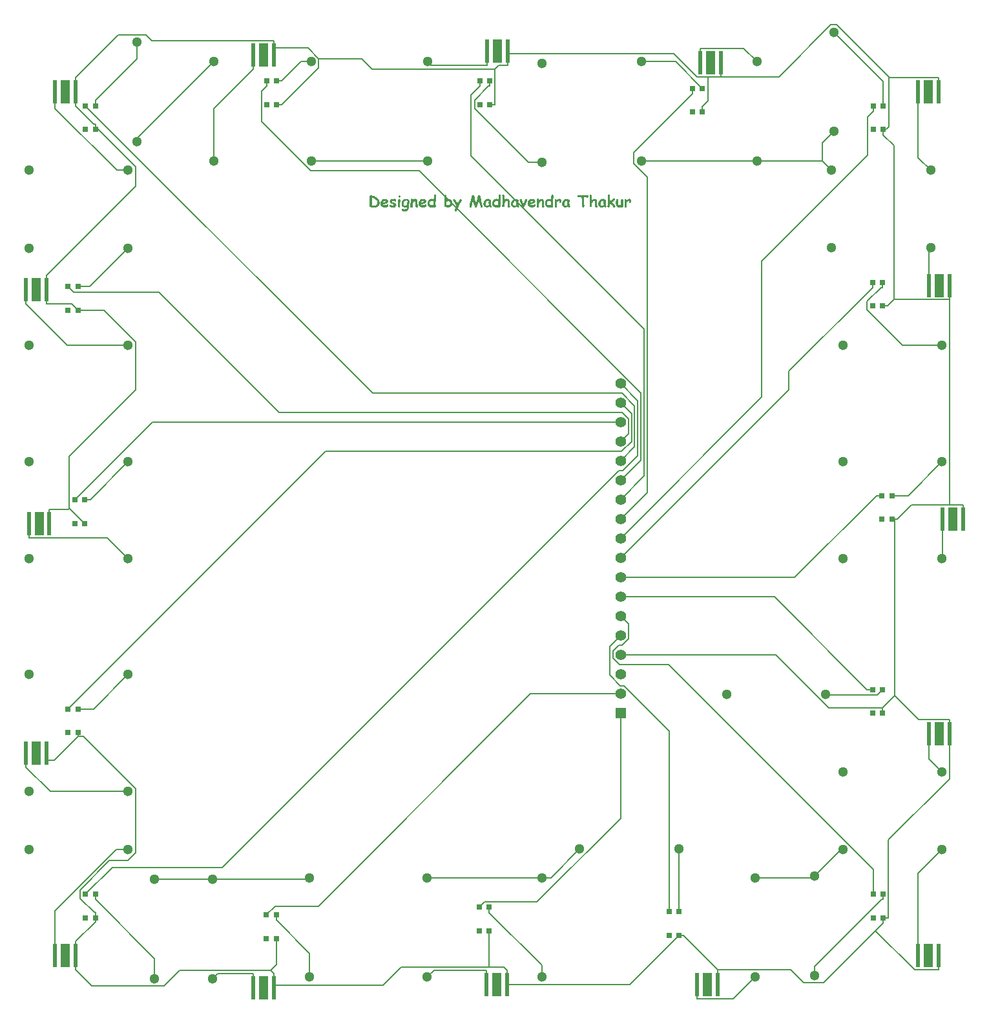
<source format=gtl>
G04 #@! TF.GenerationSoftware,KiCad,Pcbnew,8.0.5*
G04 #@! TF.CreationDate,2024-12-27T19:58:16-05:00*
G04 #@! TF.ProjectId,line_sensor_pcb,6c696e65-5f73-4656-9e73-6f725f706362,rev?*
G04 #@! TF.SameCoordinates,Original*
G04 #@! TF.FileFunction,Copper,L1,Top*
G04 #@! TF.FilePolarity,Positive*
%FSLAX46Y46*%
G04 Gerber Fmt 4.6, Leading zero omitted, Abs format (unit mm)*
G04 Created by KiCad (PCBNEW 8.0.5) date 2024-12-27 19:58:16*
%MOMM*%
%LPD*%
G01*
G04 APERTURE LIST*
%ADD10C,0.300000*%
G04 #@! TA.AperFunction,NonConductor*
%ADD11C,0.300000*%
G04 #@! TD*
G04 #@! TA.AperFunction,ComponentPad*
%ADD12C,1.300000*%
G04 #@! TD*
G04 #@! TA.AperFunction,SMDPad,CuDef*
%ADD13R,0.800000X0.800000*%
G04 #@! TD*
G04 #@! TA.AperFunction,SMDPad,CuDef*
%ADD14R,0.600000X3.100000*%
G04 #@! TD*
G04 #@! TA.AperFunction,SMDPad,CuDef*
%ADD15R,1.300000X3.100000*%
G04 #@! TD*
G04 #@! TA.AperFunction,ComponentPad*
%ADD16R,1.398000X1.398000*%
G04 #@! TD*
G04 #@! TA.AperFunction,ComponentPad*
%ADD17C,1.398000*%
G04 #@! TD*
G04 #@! TA.AperFunction,Conductor*
%ADD18C,0.200000*%
G04 #@! TD*
G04 APERTURE END LIST*
D10*
D11*
G36*
X84219533Y-51510636D02*
G01*
X84287074Y-51539108D01*
X84319720Y-51553963D01*
X84391482Y-51587554D01*
X84458386Y-51617887D01*
X84509497Y-51638593D01*
X84583583Y-51664433D01*
X84654898Y-51693594D01*
X84723442Y-51726074D01*
X84789216Y-51761875D01*
X84852219Y-51800996D01*
X84912452Y-51843437D01*
X84969914Y-51889198D01*
X85024605Y-51938279D01*
X85084283Y-51999525D01*
X85136003Y-52062362D01*
X85179766Y-52126791D01*
X85215573Y-52192811D01*
X85249141Y-52277574D01*
X85270277Y-52364823D01*
X85278980Y-52454559D01*
X85279228Y-52472805D01*
X85275038Y-52549220D01*
X85262469Y-52623953D01*
X85241519Y-52697003D01*
X85212189Y-52768369D01*
X85191667Y-52808394D01*
X85150239Y-52876315D01*
X85102569Y-52938065D01*
X85048659Y-52993643D01*
X84988507Y-53043051D01*
X84951332Y-53068513D01*
X84882291Y-53105990D01*
X84803487Y-53135712D01*
X84730359Y-53154558D01*
X84650451Y-53168020D01*
X84563764Y-53176096D01*
X84489532Y-53178681D01*
X84470296Y-53178789D01*
X84394631Y-53174120D01*
X84321111Y-53162520D01*
X84297006Y-53157540D01*
X84221581Y-53137248D01*
X84152827Y-53110767D01*
X84110526Y-53087930D01*
X84039067Y-53069605D01*
X84008311Y-53046531D01*
X83970524Y-52980083D01*
X83967278Y-52949445D01*
X83968244Y-52875614D01*
X83969092Y-52846863D01*
X84261102Y-52846863D01*
X84328147Y-52877775D01*
X84353426Y-52884965D01*
X84426756Y-52895949D01*
X84469197Y-52897421D01*
X84548186Y-52895283D01*
X84629204Y-52887384D01*
X84707114Y-52871230D01*
X84776041Y-52843969D01*
X84788667Y-52836605D01*
X84847177Y-52791916D01*
X84896768Y-52737444D01*
X84934113Y-52679434D01*
X84964984Y-52610015D01*
X84983040Y-52538778D01*
X84988335Y-52472438D01*
X84981045Y-52395448D01*
X84959176Y-52321785D01*
X84922728Y-52251450D01*
X84871700Y-52184442D01*
X84806092Y-52120761D01*
X84743109Y-52072212D01*
X84689748Y-52037198D01*
X84625451Y-52001798D01*
X84558475Y-51969417D01*
X84490383Y-51938616D01*
X84411128Y-51904345D01*
X84339687Y-51874429D01*
X84261102Y-51842292D01*
X84261102Y-52846863D01*
X83969092Y-52846863D01*
X83970408Y-52802226D01*
X83973315Y-52727569D01*
X83977170Y-52643164D01*
X83981024Y-52558777D01*
X83983932Y-52484172D01*
X83986096Y-52410888D01*
X83987062Y-52337250D01*
X83986596Y-52255441D01*
X83985555Y-52174073D01*
X83984155Y-52091269D01*
X83982592Y-52011671D01*
X83982299Y-51997630D01*
X83980680Y-51916705D01*
X83979215Y-51832353D01*
X83978206Y-51758835D01*
X83977578Y-51680232D01*
X83977536Y-51658011D01*
X84001045Y-51584433D01*
X84032124Y-51546270D01*
X84092192Y-51502818D01*
X84148628Y-51490582D01*
X84219533Y-51510636D01*
G37*
G36*
X86007335Y-52009491D02*
G01*
X86086578Y-52020511D01*
X86158174Y-52039544D01*
X86229577Y-52070537D01*
X86290247Y-52112050D01*
X86341338Y-52170486D01*
X86372966Y-52240644D01*
X86385130Y-52322527D01*
X86385282Y-52333586D01*
X86370303Y-52408134D01*
X86330690Y-52470645D01*
X86273870Y-52522622D01*
X86258520Y-52533621D01*
X86192321Y-52572412D01*
X86124034Y-52606350D01*
X86047911Y-52641384D01*
X86026612Y-52650858D01*
X85679298Y-52803632D01*
X85749136Y-52828361D01*
X85798733Y-52838803D01*
X85874112Y-52847595D01*
X85948334Y-52850481D01*
X85959567Y-52850526D01*
X86033897Y-52845629D01*
X86108601Y-52828699D01*
X86181189Y-52796108D01*
X86193307Y-52788611D01*
X86257339Y-52752793D01*
X86330694Y-52733290D01*
X86403824Y-52755519D01*
X86436001Y-52822208D01*
X86437672Y-52849427D01*
X86420857Y-52926485D01*
X86376968Y-52987823D01*
X86315087Y-53035971D01*
X86265481Y-53063018D01*
X86192368Y-53093151D01*
X86117012Y-53114675D01*
X86039411Y-53127589D01*
X85959567Y-53131894D01*
X85884813Y-53129023D01*
X85800870Y-53117998D01*
X85723212Y-53098703D01*
X85651839Y-53071140D01*
X85586753Y-53035308D01*
X85556566Y-53014291D01*
X85497799Y-52961784D01*
X85451191Y-52901806D01*
X85416741Y-52834358D01*
X85394450Y-52759439D01*
X85384318Y-52677050D01*
X85383642Y-52647927D01*
X85386987Y-52568370D01*
X85389993Y-52545711D01*
X85658782Y-52545711D01*
X85731489Y-52513991D01*
X85803982Y-52482485D01*
X85876260Y-52451194D01*
X85890690Y-52444961D01*
X85964509Y-52410034D01*
X86035993Y-52372925D01*
X86101815Y-52334172D01*
X86112341Y-52327358D01*
X86043759Y-52300310D01*
X85965760Y-52288757D01*
X85932090Y-52287791D01*
X85858695Y-52298433D01*
X85789933Y-52333695D01*
X85767958Y-52352271D01*
X85720835Y-52409699D01*
X85684155Y-52478272D01*
X85658782Y-52545711D01*
X85389993Y-52545711D01*
X85397023Y-52492730D01*
X85413749Y-52421008D01*
X85442652Y-52340113D01*
X85481189Y-52264860D01*
X85520662Y-52206458D01*
X85570884Y-52148831D01*
X85637997Y-52092571D01*
X85712581Y-52050376D01*
X85794635Y-52022246D01*
X85868720Y-52009549D01*
X85931723Y-52006423D01*
X86007335Y-52009491D01*
G37*
G36*
X87339661Y-52358133D02*
G01*
X87265860Y-52345721D01*
X87216929Y-52293286D01*
X87143158Y-52287877D01*
X87132299Y-52287791D01*
X87048008Y-52289942D01*
X86971710Y-52297888D01*
X86899772Y-52322206D01*
X86884270Y-52348974D01*
X86942660Y-52403012D01*
X87015646Y-52436901D01*
X87033747Y-52444228D01*
X87105510Y-52473479D01*
X87177545Y-52504446D01*
X87244458Y-52535673D01*
X87309619Y-52571357D01*
X87375015Y-52621251D01*
X87426252Y-52684115D01*
X87453841Y-52754108D01*
X87459096Y-52804731D01*
X87451207Y-52880024D01*
X87422871Y-52955770D01*
X87373927Y-53020525D01*
X87314196Y-53068170D01*
X87294232Y-53080237D01*
X87223936Y-53113095D01*
X87146038Y-53136565D01*
X87071641Y-53149401D01*
X86991423Y-53155048D01*
X86967435Y-53155341D01*
X86892245Y-53151603D01*
X86813119Y-53138680D01*
X86738644Y-53116527D01*
X86717208Y-53108080D01*
X86649568Y-53072200D01*
X86592195Y-53016594D01*
X86563961Y-52941625D01*
X86562602Y-52918670D01*
X86582858Y-52844187D01*
X86649977Y-52806440D01*
X86685334Y-52803632D01*
X86761012Y-52817370D01*
X86822355Y-52838803D01*
X86892970Y-52862845D01*
X86960474Y-52873974D01*
X87042039Y-52870345D01*
X87117644Y-52855014D01*
X87170495Y-52802802D01*
X87170767Y-52798136D01*
X87119492Y-52739302D01*
X87051313Y-52706157D01*
X87025321Y-52695921D01*
X86951132Y-52667280D01*
X86878122Y-52637870D01*
X86805685Y-52606395D01*
X86753478Y-52579783D01*
X86689845Y-52531973D01*
X86639990Y-52468552D01*
X86613145Y-52394929D01*
X86608032Y-52340181D01*
X86615747Y-52264468D01*
X86644250Y-52188606D01*
X86693755Y-52126173D01*
X86764263Y-52077168D01*
X86827484Y-52050387D01*
X86900322Y-52031153D01*
X86977766Y-52018831D01*
X87054334Y-52011618D01*
X87140303Y-52007496D01*
X87219127Y-52006423D01*
X87293945Y-52010958D01*
X87365143Y-52030573D01*
X87371535Y-52033900D01*
X87424706Y-52090301D01*
X87439612Y-52162990D01*
X87439678Y-52169089D01*
X87434893Y-52242750D01*
X87411451Y-52316595D01*
X87345814Y-52357948D01*
X87339661Y-52358133D01*
G37*
G36*
X87870523Y-51842292D02*
G01*
X87798412Y-51827955D01*
X87756217Y-51801625D01*
X87713572Y-51740039D01*
X87707857Y-51701608D01*
X87730715Y-51629162D01*
X87756217Y-51601957D01*
X87823537Y-51566694D01*
X87870523Y-51560924D01*
X87942505Y-51575390D01*
X87984462Y-51601957D01*
X88026785Y-51663221D01*
X88032456Y-51701608D01*
X88009771Y-51774227D01*
X87984462Y-51801625D01*
X87917458Y-51836573D01*
X87870523Y-51842292D01*
G37*
G36*
X87958084Y-52610924D02*
G01*
X87959000Y-52688410D01*
X87960692Y-52762721D01*
X87961748Y-52802166D01*
X87963680Y-52877321D01*
X87965121Y-52953948D01*
X87965411Y-52993042D01*
X87946363Y-53066117D01*
X87925111Y-53092693D01*
X87859812Y-53128066D01*
X87823262Y-53131894D01*
X87751307Y-53115012D01*
X87721046Y-53092693D01*
X87685012Y-53028748D01*
X87681113Y-52993042D01*
X87680197Y-52915648D01*
X87678504Y-52841506D01*
X87677449Y-52802166D01*
X87675517Y-52726818D01*
X87674075Y-52650047D01*
X87673785Y-52610924D01*
X87675228Y-52534589D01*
X87678634Y-52460980D01*
X87683412Y-52386961D01*
X87684043Y-52378283D01*
X87689002Y-52303270D01*
X87692609Y-52228623D01*
X87694292Y-52151137D01*
X87694302Y-52145275D01*
X87713177Y-52072200D01*
X87734235Y-52045624D01*
X87799865Y-52010251D01*
X87836451Y-52006423D01*
X87908248Y-52023306D01*
X87938300Y-52045624D01*
X87974665Y-52109569D01*
X87978600Y-52145275D01*
X87977158Y-52221662D01*
X87973752Y-52295393D01*
X87968973Y-52369582D01*
X87968342Y-52378283D01*
X87963383Y-52453119D01*
X87959777Y-52527637D01*
X87958094Y-52605063D01*
X87958084Y-52610924D01*
G37*
G36*
X88863169Y-52010353D02*
G01*
X88937782Y-52024655D01*
X88955694Y-52030237D01*
X89022781Y-52062466D01*
X89069267Y-52102411D01*
X89143731Y-52127874D01*
X89189713Y-52189028D01*
X89200059Y-52257749D01*
X89195309Y-52334176D01*
X89184670Y-52411894D01*
X89178443Y-52448625D01*
X89165783Y-52525193D01*
X89154823Y-52603085D01*
X89145562Y-52682300D01*
X89138000Y-52762839D01*
X89132138Y-52844702D01*
X89127975Y-52927889D01*
X89126786Y-52961535D01*
X89122802Y-53042118D01*
X89115978Y-53116988D01*
X89103456Y-53202541D01*
X89086497Y-53279168D01*
X89060291Y-53359338D01*
X89027696Y-53426653D01*
X89015411Y-53446235D01*
X88968199Y-53504284D01*
X88910826Y-53552495D01*
X88843292Y-53590866D01*
X88765597Y-53619399D01*
X88677741Y-53638093D01*
X88600140Y-53645964D01*
X88537672Y-53647735D01*
X88443734Y-53644884D01*
X88362321Y-53636332D01*
X88278168Y-53617624D01*
X88203018Y-53583414D01*
X88150960Y-53527290D01*
X88136870Y-53465286D01*
X88152332Y-53390423D01*
X88172773Y-53359773D01*
X88236457Y-53322660D01*
X88267662Y-53319473D01*
X88341421Y-53328632D01*
X88400652Y-53342920D01*
X88472590Y-53358948D01*
X88545702Y-53366276D01*
X88554159Y-53366367D01*
X88633982Y-53360108D01*
X88707856Y-53338469D01*
X88771101Y-53296815D01*
X88780572Y-53287233D01*
X88821883Y-53221359D01*
X88845573Y-53148529D01*
X88858991Y-53069486D01*
X88863004Y-53024916D01*
X88803513Y-53074200D01*
X88744668Y-53105150D01*
X88671085Y-53126018D01*
X88600321Y-53131894D01*
X88526089Y-53127129D01*
X88446322Y-53109522D01*
X88373919Y-53078943D01*
X88308878Y-53035391D01*
X88266929Y-52996339D01*
X88216965Y-52933405D01*
X88179274Y-52863213D01*
X88153853Y-52785763D01*
X88140705Y-52701055D01*
X88138702Y-52649392D01*
X88139109Y-52640966D01*
X88421168Y-52640966D01*
X88425676Y-52714690D01*
X88442987Y-52786818D01*
X88467330Y-52833307D01*
X88525399Y-52881393D01*
X88600801Y-52897358D01*
X88606549Y-52897421D01*
X88680740Y-52877926D01*
X88744556Y-52830185D01*
X88776542Y-52795572D01*
X88819962Y-52735372D01*
X88854308Y-52663794D01*
X88868133Y-52604696D01*
X88881070Y-52529119D01*
X88892244Y-52452480D01*
X88902623Y-52373625D01*
X88911965Y-52297273D01*
X88913562Y-52283761D01*
X88846450Y-52252562D01*
X88844319Y-52251887D01*
X88778740Y-52240896D01*
X88696400Y-52248338D01*
X88623768Y-52270663D01*
X88553662Y-52313570D01*
X88507630Y-52359965D01*
X88465835Y-52426036D01*
X88437718Y-52502250D01*
X88424208Y-52578511D01*
X88421168Y-52640966D01*
X88139109Y-52640966D01*
X88142879Y-52562986D01*
X88155410Y-52481910D01*
X88176295Y-52406164D01*
X88205534Y-52335750D01*
X88243128Y-52270667D01*
X88289075Y-52210914D01*
X88309794Y-52188506D01*
X88368247Y-52136051D01*
X88432783Y-52092486D01*
X88503401Y-52057812D01*
X88580102Y-52032029D01*
X88662884Y-52015136D01*
X88751749Y-52007134D01*
X88788998Y-52006423D01*
X88863169Y-52010353D01*
G37*
G36*
X90148942Y-53155341D02*
G01*
X90075084Y-53141229D01*
X90022066Y-53088159D01*
X90007892Y-53035907D01*
X89997124Y-52959365D01*
X89986254Y-52882515D01*
X89978949Y-52831109D01*
X89970189Y-52758026D01*
X89964779Y-52681656D01*
X89963562Y-52626678D01*
X89966571Y-52550106D01*
X89967226Y-52538750D01*
X89970714Y-52463796D01*
X89970889Y-52450823D01*
X89972721Y-52415652D01*
X89974919Y-52369856D01*
X89955828Y-52297488D01*
X89930589Y-52287791D01*
X89854097Y-52305749D01*
X89790317Y-52348997D01*
X89744476Y-52396601D01*
X89696469Y-52462415D01*
X89659003Y-52528652D01*
X89626436Y-52602171D01*
X89601960Y-52672473D01*
X89594547Y-52747927D01*
X89592801Y-52761500D01*
X89586725Y-52836857D01*
X89586573Y-52850526D01*
X89591989Y-52925791D01*
X89593168Y-52936256D01*
X89599530Y-53010022D01*
X89599762Y-53021618D01*
X89578754Y-53094419D01*
X89559096Y-53117240D01*
X89493136Y-53151621D01*
X89456514Y-53155341D01*
X89384559Y-53138775D01*
X89354298Y-53116873D01*
X89317523Y-53051166D01*
X89314364Y-53019787D01*
X89309249Y-52943921D01*
X89308136Y-52933325D01*
X89302127Y-52858256D01*
X89301908Y-52846496D01*
X89303596Y-52769651D01*
X89307489Y-52693253D01*
X89312847Y-52615126D01*
X89316196Y-52572456D01*
X89321906Y-52499218D01*
X89326715Y-52424577D01*
X89330150Y-52344865D01*
X89330851Y-52298049D01*
X89328243Y-52224730D01*
X89327187Y-52206458D01*
X89323753Y-52132201D01*
X89323524Y-52115233D01*
X89345100Y-52043296D01*
X89365289Y-52020711D01*
X89431721Y-51986661D01*
X89467871Y-51982976D01*
X89540056Y-51998933D01*
X89591030Y-52053346D01*
X89610581Y-52126588D01*
X89612219Y-52146374D01*
X89613318Y-52157732D01*
X89670350Y-52106310D01*
X89738321Y-52059765D01*
X89807834Y-52027701D01*
X89889167Y-52008787D01*
X89930589Y-52006423D01*
X90010075Y-52014032D01*
X90086748Y-52041360D01*
X90148309Y-52088564D01*
X90194757Y-52155643D01*
X90199501Y-52165425D01*
X90225583Y-52242362D01*
X90239493Y-52318749D01*
X90246593Y-52396406D01*
X90248911Y-52471007D01*
X90248960Y-52484162D01*
X90248960Y-52555603D01*
X90247861Y-52621182D01*
X90252068Y-52698479D01*
X90261277Y-52771413D01*
X90269842Y-52823415D01*
X90281628Y-52896266D01*
X90290008Y-52971691D01*
X90292191Y-53024549D01*
X90270804Y-53095622D01*
X90250792Y-53117972D01*
X90185021Y-53151692D01*
X90148942Y-53155341D01*
G37*
G36*
X91003078Y-52009491D02*
G01*
X91082321Y-52020511D01*
X91153917Y-52039544D01*
X91225321Y-52070537D01*
X91285991Y-52112050D01*
X91337081Y-52170486D01*
X91368709Y-52240644D01*
X91380873Y-52322527D01*
X91381025Y-52333586D01*
X91366047Y-52408134D01*
X91326433Y-52470645D01*
X91269613Y-52522622D01*
X91254263Y-52533621D01*
X91188064Y-52572412D01*
X91119778Y-52606350D01*
X91043654Y-52641384D01*
X91022355Y-52650858D01*
X90675041Y-52803632D01*
X90744880Y-52828361D01*
X90794476Y-52838803D01*
X90869856Y-52847595D01*
X90944077Y-52850481D01*
X90955310Y-52850526D01*
X91029640Y-52845629D01*
X91104344Y-52828699D01*
X91176932Y-52796108D01*
X91189050Y-52788611D01*
X91253082Y-52752793D01*
X91326437Y-52733290D01*
X91399567Y-52755519D01*
X91431744Y-52822208D01*
X91433415Y-52849427D01*
X91416600Y-52926485D01*
X91372711Y-52987823D01*
X91310830Y-53035971D01*
X91261224Y-53063018D01*
X91188112Y-53093151D01*
X91112755Y-53114675D01*
X91035155Y-53127589D01*
X90955310Y-53131894D01*
X90880556Y-53129023D01*
X90796613Y-53117998D01*
X90718955Y-53098703D01*
X90647583Y-53071140D01*
X90582496Y-53035308D01*
X90552309Y-53014291D01*
X90493542Y-52961784D01*
X90446934Y-52901806D01*
X90412484Y-52834358D01*
X90390193Y-52759439D01*
X90380061Y-52677050D01*
X90379385Y-52647927D01*
X90382731Y-52568370D01*
X90385737Y-52545711D01*
X90654525Y-52545711D01*
X90727233Y-52513991D01*
X90799725Y-52482485D01*
X90872004Y-52451194D01*
X90886434Y-52444961D01*
X90960252Y-52410034D01*
X91031736Y-52372925D01*
X91097558Y-52334172D01*
X91108084Y-52327358D01*
X91039502Y-52300310D01*
X90961503Y-52288757D01*
X90927833Y-52287791D01*
X90854438Y-52298433D01*
X90785676Y-52333695D01*
X90763702Y-52352271D01*
X90716578Y-52409699D01*
X90679899Y-52478272D01*
X90654525Y-52545711D01*
X90385737Y-52545711D01*
X90392766Y-52492730D01*
X90409492Y-52421008D01*
X90438395Y-52340113D01*
X90476932Y-52264860D01*
X90516406Y-52206458D01*
X90566627Y-52148831D01*
X90633740Y-52092571D01*
X90708324Y-52050376D01*
X90790378Y-52022246D01*
X90864463Y-52009549D01*
X90927466Y-52006423D01*
X91003078Y-52009491D01*
G37*
G36*
X92602677Y-51462389D02*
G01*
X92628129Y-51483255D01*
X92662205Y-51549218D01*
X92665132Y-51579975D01*
X92663667Y-51664514D01*
X92660644Y-51740059D01*
X92655973Y-51826012D01*
X92650821Y-51905588D01*
X92644524Y-51992392D01*
X92641685Y-52029138D01*
X92635035Y-52118727D01*
X92629513Y-52201107D01*
X92625118Y-52276278D01*
X92621331Y-52356967D01*
X92618964Y-52437983D01*
X92618604Y-52477934D01*
X92618976Y-52566176D01*
X92620092Y-52646805D01*
X92622534Y-52736884D01*
X92626139Y-52815068D01*
X92631999Y-52893185D01*
X92642418Y-52970694D01*
X92645348Y-53000736D01*
X92623962Y-53072631D01*
X92603949Y-53094891D01*
X92537962Y-53128967D01*
X92508328Y-53131894D01*
X92435002Y-53110449D01*
X92395122Y-53064117D01*
X92328130Y-53097175D01*
X92254364Y-53118241D01*
X92249675Y-53119071D01*
X92173288Y-53128688D01*
X92099346Y-53131882D01*
X92094337Y-53131894D01*
X92010539Y-53126819D01*
X91932255Y-53111595D01*
X91859483Y-53086222D01*
X91792223Y-53050699D01*
X91730477Y-53005026D01*
X91711120Y-52987547D01*
X91658204Y-52929471D01*
X91616237Y-52865702D01*
X91585218Y-52796240D01*
X91565146Y-52721085D01*
X91556023Y-52640238D01*
X91555415Y-52612023D01*
X91555670Y-52606528D01*
X91820296Y-52606528D01*
X91833901Y-52683373D01*
X91874714Y-52750787D01*
X91902728Y-52778719D01*
X91968313Y-52822477D01*
X92041420Y-52846038D01*
X92094337Y-52850526D01*
X92167767Y-52845770D01*
X92214870Y-52833674D01*
X92278480Y-52795961D01*
X92309392Y-52773956D01*
X92343464Y-52745380D01*
X92342404Y-52667525D01*
X92342434Y-52591192D01*
X92342794Y-52506592D01*
X92343331Y-52422573D01*
X92343464Y-52404295D01*
X92295771Y-52345147D01*
X92254804Y-52316734D01*
X92182748Y-52292568D01*
X92125111Y-52287791D01*
X92045410Y-52294108D01*
X91970992Y-52315947D01*
X91906323Y-52357987D01*
X91896500Y-52367658D01*
X91853114Y-52431753D01*
X91829301Y-52506399D01*
X91820594Y-52586919D01*
X91820296Y-52606528D01*
X91555670Y-52606528D01*
X91559234Y-52529736D01*
X91570692Y-52452547D01*
X91589788Y-52380457D01*
X91622787Y-52300678D01*
X91666785Y-52228241D01*
X91711852Y-52173485D01*
X91774015Y-52116710D01*
X91842902Y-52071682D01*
X91918512Y-52038400D01*
X92000845Y-52016864D01*
X92074592Y-52007891D01*
X92121081Y-52006423D01*
X92194262Y-52010545D01*
X92259200Y-52022909D01*
X92328781Y-52049957D01*
X92364347Y-52072369D01*
X92367730Y-51985180D01*
X92371285Y-51904963D01*
X92375012Y-51831719D01*
X92379911Y-51749968D01*
X92386145Y-51666248D01*
X92393907Y-51588403D01*
X92396221Y-51570083D01*
X92419999Y-51498122D01*
X92478241Y-51451587D01*
X92530310Y-51443688D01*
X92602677Y-51462389D01*
G37*
G36*
X93968248Y-51465213D02*
G01*
X94003248Y-51529789D01*
X94007124Y-51574113D01*
X94003461Y-51621008D01*
X93999797Y-51667536D01*
X93999797Y-52090687D01*
X94069870Y-52055857D01*
X94141597Y-52028998D01*
X94145976Y-52027672D01*
X94219164Y-52011092D01*
X94281165Y-52006423D01*
X94354570Y-52010627D01*
X94436659Y-52026770D01*
X94512204Y-52055020D01*
X94581206Y-52095377D01*
X94643666Y-52147842D01*
X94672442Y-52178614D01*
X94719754Y-52241473D01*
X94757278Y-52309149D01*
X94785013Y-52381642D01*
X94802959Y-52458952D01*
X94811117Y-52541079D01*
X94811660Y-52569525D01*
X94805967Y-52654666D01*
X94788889Y-52734784D01*
X94760424Y-52809879D01*
X94720573Y-52879950D01*
X94669336Y-52944998D01*
X94649727Y-52965565D01*
X94585160Y-53022091D01*
X94515106Y-53066922D01*
X94439564Y-53100058D01*
X94358536Y-53121499D01*
X94272022Y-53131244D01*
X94241964Y-53131894D01*
X94161928Y-53127025D01*
X94084210Y-53112420D01*
X94008810Y-53088076D01*
X93967923Y-53070345D01*
X93901497Y-53106065D01*
X93875233Y-53108447D01*
X93803321Y-53089142D01*
X93779612Y-53071078D01*
X93742518Y-53004514D01*
X93740045Y-52977655D01*
X93742976Y-52901451D01*
X93746270Y-52826830D01*
X93746273Y-52825247D01*
X93746273Y-52555462D01*
X93999250Y-52555462D01*
X93999353Y-52639972D01*
X93999557Y-52722144D01*
X93999797Y-52795572D01*
X94075979Y-52822137D01*
X94153216Y-52841457D01*
X94229168Y-52850312D01*
X94241964Y-52850526D01*
X94319165Y-52842763D01*
X94393590Y-52816288D01*
X94457020Y-52771025D01*
X94505203Y-52711268D01*
X94533385Y-52641813D01*
X94541650Y-52570258D01*
X94533511Y-52491865D01*
X94506068Y-52417702D01*
X94472773Y-52369856D01*
X94411997Y-52319848D01*
X94337928Y-52292920D01*
X94281165Y-52287791D01*
X94207549Y-52298810D01*
X94157334Y-52316001D01*
X94087868Y-52348222D01*
X94021413Y-52386045D01*
X93999797Y-52399532D01*
X93999325Y-52476304D01*
X93999250Y-52555462D01*
X93746273Y-52555462D01*
X93746273Y-51649951D01*
X93755579Y-51575480D01*
X93779246Y-51517327D01*
X93829346Y-51462097D01*
X93896849Y-51443688D01*
X93968248Y-51465213D01*
G37*
G36*
X96022128Y-52204260D02*
G01*
X95983892Y-52282572D01*
X95948693Y-52354457D01*
X95909394Y-52434550D01*
X95865997Y-52522853D01*
X95830760Y-52594466D01*
X95793217Y-52670698D01*
X95753368Y-52751546D01*
X95711214Y-52837013D01*
X95666755Y-52927096D01*
X95627077Y-53007557D01*
X95590476Y-53083617D01*
X95556953Y-53155276D01*
X95526506Y-53222535D01*
X95494031Y-53297436D01*
X95465987Y-53366001D01*
X95440248Y-53438177D01*
X95414415Y-53508195D01*
X95397843Y-53552480D01*
X95358225Y-53614154D01*
X95288770Y-53646247D01*
X95265952Y-53647735D01*
X95192105Y-53629899D01*
X95163004Y-53610000D01*
X95122180Y-53546250D01*
X95118674Y-53515844D01*
X95135946Y-53433377D01*
X95160468Y-53362241D01*
X95187762Y-53292312D01*
X95221880Y-53210807D01*
X95251946Y-53142083D01*
X95285850Y-53066847D01*
X95323593Y-52985101D01*
X95337027Y-52956406D01*
X95298403Y-52882517D01*
X95262828Y-52816091D01*
X95223098Y-52743162D01*
X95179211Y-52663729D01*
X95131169Y-52577794D01*
X95092410Y-52509075D01*
X95051313Y-52436698D01*
X95007878Y-52360663D01*
X94977623Y-52307941D01*
X94936656Y-52244463D01*
X94927065Y-52229539D01*
X94900200Y-52159251D01*
X94899221Y-52144542D01*
X94922122Y-52072548D01*
X94943551Y-52048189D01*
X95007415Y-52011358D01*
X95045401Y-52006423D01*
X95118845Y-52025886D01*
X95151646Y-52056249D01*
X95198517Y-52120867D01*
X95247767Y-52194966D01*
X95288880Y-52261072D01*
X95331516Y-52333246D01*
X95375674Y-52411487D01*
X95421355Y-52495797D01*
X95456615Y-52563011D01*
X95492732Y-52633639D01*
X95525073Y-52563396D01*
X95558286Y-52491337D01*
X95589319Y-52424133D01*
X95621295Y-52355221D01*
X95626454Y-52344211D01*
X95662885Y-52271190D01*
X95698903Y-52202703D01*
X95738931Y-52131074D01*
X95769703Y-52079330D01*
X95822276Y-52024650D01*
X95891336Y-52006423D01*
X95964710Y-52024605D01*
X95994284Y-52044891D01*
X96035277Y-52106097D01*
X96039713Y-52139413D01*
X96022128Y-52204260D01*
G37*
G36*
X97508834Y-52255551D02*
G01*
X97486707Y-52338375D01*
X97464923Y-52422567D01*
X97444782Y-52502035D01*
X97422834Y-52589964D01*
X97403975Y-52666400D01*
X97383959Y-52748251D01*
X97378775Y-52769560D01*
X97366711Y-52843677D01*
X97354789Y-52917651D01*
X97343011Y-52991482D01*
X97340673Y-53006231D01*
X97311352Y-53078311D01*
X97260245Y-53134373D01*
X97185334Y-53155341D01*
X97111524Y-53137905D01*
X97073227Y-53105882D01*
X97040838Y-53037517D01*
X97038056Y-53006231D01*
X97041457Y-52928140D01*
X97051660Y-52842931D01*
X97065820Y-52764230D01*
X97084976Y-52680300D01*
X97104758Y-52606364D01*
X97109131Y-52591140D01*
X97134078Y-52504650D01*
X97155980Y-52428360D01*
X97179074Y-52347343D01*
X97200506Y-52271162D01*
X97219807Y-52199926D01*
X97223436Y-52184842D01*
X97238366Y-52104036D01*
X97253478Y-52023184D01*
X97268774Y-51942286D01*
X97284253Y-51861343D01*
X97301834Y-51783041D01*
X97323029Y-51704907D01*
X97348154Y-51633043D01*
X97384270Y-51564588D01*
X97441302Y-51511469D01*
X97515800Y-51490654D01*
X97520924Y-51490582D01*
X97593523Y-51509095D01*
X97647188Y-51564634D01*
X97659043Y-51587302D01*
X97685490Y-51662958D01*
X97704684Y-51738099D01*
X97721583Y-51817045D01*
X97735980Y-51893085D01*
X97747704Y-51960628D01*
X97762983Y-52047285D01*
X97780426Y-52135982D01*
X97795939Y-52208407D01*
X97812838Y-52282138D01*
X97831122Y-52357174D01*
X97850791Y-52433515D01*
X97871845Y-52511161D01*
X97882892Y-52550474D01*
X97912029Y-52472782D01*
X97940640Y-52393212D01*
X97968724Y-52311765D01*
X97996282Y-52228440D01*
X98023313Y-52143237D01*
X98049817Y-52056157D01*
X98075794Y-51967199D01*
X98101245Y-51876364D01*
X98159131Y-51638593D01*
X98195266Y-51567045D01*
X98252496Y-51511396D01*
X98324100Y-51490727D01*
X98331322Y-51490582D01*
X98407314Y-51514951D01*
X98458283Y-51572489D01*
X98490969Y-51642888D01*
X98498018Y-51663872D01*
X98516957Y-51740681D01*
X98530636Y-51817233D01*
X98541595Y-51889997D01*
X98546378Y-51924724D01*
X98557848Y-52007000D01*
X98569867Y-52087042D01*
X98582432Y-52164849D01*
X98595545Y-52240421D01*
X98609205Y-52313759D01*
X98628271Y-52408066D01*
X98648309Y-52498401D01*
X98669320Y-52584762D01*
X98691305Y-52667151D01*
X98696953Y-52687128D01*
X98718420Y-52763131D01*
X98741228Y-52845207D01*
X98762695Y-52924737D01*
X98781300Y-52998599D01*
X98788545Y-53037739D01*
X98767718Y-53110002D01*
X98740184Y-53141053D01*
X98672351Y-53175104D01*
X98637969Y-53178789D01*
X98561977Y-53155605D01*
X98511008Y-53100865D01*
X98478321Y-53033889D01*
X98471273Y-53013925D01*
X98413754Y-52758203D01*
X98394910Y-52680940D01*
X98378755Y-52607660D01*
X98362188Y-52526294D01*
X98345210Y-52436842D01*
X98331331Y-52359459D01*
X98317189Y-52276902D01*
X98306409Y-52211587D01*
X98279367Y-52291958D01*
X98254126Y-52365400D01*
X98229846Y-52435220D01*
X98202614Y-52512876D01*
X98172430Y-52598367D01*
X98152903Y-52653422D01*
X98090987Y-52846496D01*
X98064402Y-52920276D01*
X98034512Y-52989802D01*
X98011486Y-53034441D01*
X97964465Y-53093827D01*
X97894241Y-53128468D01*
X97859078Y-53131894D01*
X97787930Y-53112666D01*
X97735457Y-53060786D01*
X97710701Y-53015390D01*
X97653182Y-52820118D01*
X97628406Y-52735527D01*
X97604452Y-52649594D01*
X97581322Y-52562320D01*
X97559015Y-52473704D01*
X97541761Y-52401845D01*
X97525034Y-52329127D01*
X97508834Y-52255551D01*
G37*
G36*
X99575518Y-52014100D02*
G01*
X99646873Y-52032225D01*
X99716232Y-52057653D01*
X99724239Y-52061011D01*
X99792360Y-52095312D01*
X99850141Y-52141923D01*
X99879944Y-52214152D01*
X99856130Y-52278265D01*
X99843216Y-52350668D01*
X99840010Y-52380115D01*
X99835566Y-52455553D01*
X99834515Y-52523363D01*
X99835847Y-52602964D01*
X99840633Y-52681229D01*
X99851509Y-52759997D01*
X99862358Y-52802533D01*
X99892206Y-52869714D01*
X99909619Y-52907679D01*
X99939844Y-52976189D01*
X99949919Y-53007330D01*
X99926426Y-53077466D01*
X99908154Y-53096357D01*
X99841492Y-53129083D01*
X99811800Y-53131894D01*
X99741011Y-53102798D01*
X99680404Y-53056370D01*
X99661591Y-53039937D01*
X99593619Y-53070866D01*
X99522392Y-53099006D01*
X99494528Y-53108447D01*
X99420172Y-53127406D01*
X99371796Y-53131894D01*
X99297311Y-53128674D01*
X99215909Y-53116309D01*
X99143214Y-53094671D01*
X99069409Y-53057705D01*
X99007454Y-53008117D01*
X98999570Y-53000003D01*
X98951177Y-52935864D01*
X98914670Y-52859173D01*
X98892838Y-52783447D01*
X98879739Y-52698500D01*
X98875662Y-52623747D01*
X99160771Y-52623747D01*
X99165601Y-52702343D01*
X99184148Y-52779280D01*
X99210230Y-52828911D01*
X99267465Y-52878086D01*
X99340495Y-52896819D01*
X99358607Y-52897421D01*
X99431982Y-52890059D01*
X99479508Y-52876538D01*
X99548373Y-52842707D01*
X99587219Y-52814989D01*
X99576760Y-52728466D01*
X99568465Y-52650520D01*
X99561523Y-52570425D01*
X99557195Y-52493186D01*
X99556444Y-52452655D01*
X99560840Y-52377916D01*
X99571482Y-52302810D01*
X99574762Y-52283761D01*
X99538126Y-52269106D01*
X99511015Y-52264344D01*
X99434868Y-52272922D01*
X99364286Y-52298656D01*
X99299268Y-52341546D01*
X99265551Y-52372787D01*
X99214900Y-52436482D01*
X99180826Y-52505567D01*
X99163329Y-52580043D01*
X99160771Y-52623747D01*
X98875662Y-52623747D01*
X98875494Y-52620665D01*
X98875373Y-52604330D01*
X98879845Y-52529014D01*
X98897018Y-52443216D01*
X98927072Y-52362415D01*
X98970005Y-52286612D01*
X99015622Y-52227261D01*
X99058555Y-52182278D01*
X99117676Y-52131617D01*
X99180321Y-52089542D01*
X99246490Y-52056054D01*
X99316183Y-52031153D01*
X99389401Y-52014838D01*
X99466142Y-52007110D01*
X99497826Y-52006423D01*
X99575518Y-52014100D01*
G37*
G36*
X101081812Y-51462389D02*
G01*
X101107264Y-51483255D01*
X101141340Y-51549218D01*
X101144267Y-51579975D01*
X101142801Y-51664514D01*
X101139779Y-51740059D01*
X101135108Y-51826012D01*
X101129956Y-51905588D01*
X101123659Y-51992392D01*
X101120819Y-52029138D01*
X101114170Y-52118727D01*
X101108648Y-52201107D01*
X101104253Y-52276278D01*
X101100466Y-52356967D01*
X101098099Y-52437983D01*
X101097739Y-52477934D01*
X101098111Y-52566176D01*
X101099227Y-52646805D01*
X101101669Y-52736884D01*
X101105273Y-52815068D01*
X101111134Y-52893185D01*
X101121552Y-52970694D01*
X101124483Y-53000736D01*
X101103096Y-53072631D01*
X101083084Y-53094891D01*
X101017097Y-53128967D01*
X100987463Y-53131894D01*
X100914137Y-53110449D01*
X100874256Y-53064117D01*
X100807264Y-53097175D01*
X100733499Y-53118241D01*
X100728810Y-53119071D01*
X100652423Y-53128688D01*
X100578481Y-53131882D01*
X100573471Y-53131894D01*
X100489674Y-53126819D01*
X100411389Y-53111595D01*
X100338617Y-53086222D01*
X100271358Y-53050699D01*
X100209611Y-53005026D01*
X100190254Y-52987547D01*
X100137339Y-52929471D01*
X100095372Y-52865702D01*
X100064352Y-52796240D01*
X100044281Y-52721085D01*
X100035158Y-52640238D01*
X100034549Y-52612023D01*
X100034804Y-52606528D01*
X100299431Y-52606528D01*
X100313035Y-52683373D01*
X100353849Y-52750787D01*
X100381863Y-52778719D01*
X100447448Y-52822477D01*
X100520554Y-52846038D01*
X100573471Y-52850526D01*
X100646902Y-52845770D01*
X100694005Y-52833674D01*
X100757615Y-52795961D01*
X100788527Y-52773956D01*
X100822599Y-52745380D01*
X100821538Y-52667525D01*
X100821569Y-52591192D01*
X100821929Y-52506592D01*
X100822466Y-52422573D01*
X100822599Y-52404295D01*
X100774906Y-52345147D01*
X100733939Y-52316734D01*
X100661882Y-52292568D01*
X100604246Y-52287791D01*
X100524544Y-52294108D01*
X100450127Y-52315947D01*
X100385458Y-52357987D01*
X100375635Y-52367658D01*
X100332249Y-52431753D01*
X100308435Y-52506399D01*
X100299728Y-52586919D01*
X100299431Y-52606528D01*
X100034804Y-52606528D01*
X100038369Y-52529736D01*
X100049826Y-52452547D01*
X100068923Y-52380457D01*
X100101921Y-52300678D01*
X100145919Y-52228241D01*
X100190987Y-52173485D01*
X100253150Y-52116710D01*
X100322037Y-52071682D01*
X100397646Y-52038400D01*
X100479980Y-52016864D01*
X100553727Y-52007891D01*
X100600216Y-52006423D01*
X100673397Y-52010545D01*
X100738335Y-52022909D01*
X100807916Y-52049957D01*
X100843482Y-52072369D01*
X100846865Y-51985180D01*
X100850420Y-51904963D01*
X100854146Y-51831719D01*
X100859046Y-51749968D01*
X100865280Y-51666248D01*
X100873041Y-51588403D01*
X100875355Y-51570083D01*
X100899134Y-51498122D01*
X100957375Y-51451587D01*
X101009445Y-51443688D01*
X101081812Y-51462389D01*
G37*
G36*
X101627501Y-52154068D02*
G01*
X101685375Y-52103595D01*
X101751561Y-52060894D01*
X101788702Y-52043060D01*
X101860650Y-52019339D01*
X101936588Y-52007711D01*
X101972983Y-52006423D01*
X102054911Y-52012583D01*
X102132300Y-52034237D01*
X102199935Y-52076584D01*
X102226507Y-52104975D01*
X102263309Y-52171384D01*
X102284296Y-52243806D01*
X102295660Y-52322261D01*
X102296482Y-52331755D01*
X102299795Y-52410630D01*
X102303323Y-52489721D01*
X102307065Y-52569026D01*
X102307840Y-52584912D01*
X102315304Y-52659445D01*
X102323026Y-52735531D01*
X102328356Y-52786046D01*
X102338915Y-52860960D01*
X102352113Y-52934882D01*
X102363161Y-52984982D01*
X102368290Y-53023084D01*
X102345578Y-53095358D01*
X102324326Y-53117972D01*
X102257280Y-53151692D01*
X102222110Y-53155341D01*
X102149665Y-53138532D01*
X102098694Y-53082834D01*
X102087288Y-53053492D01*
X102069222Y-52982189D01*
X102055111Y-52908286D01*
X102043146Y-52830517D01*
X102041859Y-52821217D01*
X102032827Y-52744491D01*
X102026258Y-52668757D01*
X102023193Y-52591099D01*
X102023175Y-52585279D01*
X102025581Y-52511523D01*
X102025739Y-52508342D01*
X102028659Y-52434669D01*
X102028670Y-52431406D01*
X102027631Y-52357590D01*
X102026472Y-52343845D01*
X101978387Y-52288010D01*
X101972983Y-52287791D01*
X101896908Y-52299956D01*
X101825856Y-52336450D01*
X101765621Y-52390739D01*
X101717535Y-52453430D01*
X101674945Y-52520020D01*
X101635928Y-52586378D01*
X101635361Y-52673063D01*
X101633661Y-52750669D01*
X101629942Y-52834910D01*
X101623141Y-52917273D01*
X101610106Y-52995314D01*
X101599658Y-53025648D01*
X101551492Y-53085079D01*
X101477223Y-53108366D01*
X101471796Y-53108447D01*
X101398595Y-53090265D01*
X101369214Y-53069979D01*
X101328883Y-53008773D01*
X101324518Y-52975457D01*
X101335875Y-52921235D01*
X101342653Y-52840726D01*
X101345630Y-52757126D01*
X101347682Y-52675463D01*
X101348332Y-52644630D01*
X101346833Y-52557810D01*
X101346234Y-52470780D01*
X101346180Y-52391548D01*
X101346503Y-52303776D01*
X101347204Y-52207462D01*
X101347978Y-52129622D01*
X101348965Y-52046977D01*
X101350163Y-51959528D01*
X101352362Y-51925823D01*
X101355908Y-51852185D01*
X101358438Y-51778923D01*
X101358590Y-51764256D01*
X101351548Y-51689082D01*
X101348698Y-51670467D01*
X101339926Y-51596983D01*
X101339173Y-51576678D01*
X101360938Y-51503729D01*
X101381304Y-51481057D01*
X101447878Y-51447337D01*
X101483520Y-51443688D01*
X101555268Y-51461766D01*
X101605007Y-51516003D01*
X101620540Y-51553230D01*
X101634478Y-51626110D01*
X101639484Y-51705279D01*
X101639958Y-51743740D01*
X101639082Y-51821690D01*
X101636454Y-51900567D01*
X101633729Y-51953667D01*
X101629934Y-52029418D01*
X101627891Y-52104448D01*
X101627501Y-52154068D01*
G37*
G36*
X103186404Y-52014100D02*
G01*
X103257759Y-52032225D01*
X103327118Y-52057653D01*
X103335125Y-52061011D01*
X103403246Y-52095312D01*
X103461027Y-52141923D01*
X103490830Y-52214152D01*
X103467016Y-52278265D01*
X103454102Y-52350668D01*
X103450896Y-52380115D01*
X103446453Y-52455553D01*
X103445401Y-52523363D01*
X103446733Y-52602964D01*
X103451519Y-52681229D01*
X103462395Y-52759997D01*
X103473244Y-52802533D01*
X103503092Y-52869714D01*
X103520505Y-52907679D01*
X103550730Y-52976189D01*
X103560806Y-53007330D01*
X103537312Y-53077466D01*
X103519040Y-53096357D01*
X103452378Y-53129083D01*
X103422686Y-53131894D01*
X103351898Y-53102798D01*
X103291290Y-53056370D01*
X103272477Y-53039937D01*
X103204505Y-53070866D01*
X103133278Y-53099006D01*
X103105415Y-53108447D01*
X103031059Y-53127406D01*
X102982683Y-53131894D01*
X102908197Y-53128674D01*
X102826795Y-53116309D01*
X102754101Y-53094671D01*
X102680295Y-53057705D01*
X102618340Y-53008117D01*
X102610457Y-53000003D01*
X102562063Y-52935864D01*
X102525556Y-52859173D01*
X102503724Y-52783447D01*
X102490625Y-52698500D01*
X102486548Y-52623747D01*
X102771657Y-52623747D01*
X102776487Y-52702343D01*
X102795034Y-52779280D01*
X102821116Y-52828911D01*
X102878352Y-52878086D01*
X102951381Y-52896819D01*
X102969494Y-52897421D01*
X103042869Y-52890059D01*
X103090394Y-52876538D01*
X103159259Y-52842707D01*
X103198105Y-52814989D01*
X103187646Y-52728466D01*
X103179352Y-52650520D01*
X103172409Y-52570425D01*
X103168082Y-52493186D01*
X103167330Y-52452655D01*
X103171727Y-52377916D01*
X103182368Y-52302810D01*
X103185648Y-52283761D01*
X103149012Y-52269106D01*
X103121901Y-52264344D01*
X103045755Y-52272922D01*
X102975172Y-52298656D01*
X102910154Y-52341546D01*
X102876437Y-52372787D01*
X102825786Y-52436482D01*
X102791712Y-52505567D01*
X102774215Y-52580043D01*
X102771657Y-52623747D01*
X102486548Y-52623747D01*
X102486380Y-52620665D01*
X102486259Y-52604330D01*
X102490731Y-52529014D01*
X102507905Y-52443216D01*
X102537958Y-52362415D01*
X102580891Y-52286612D01*
X102626508Y-52227261D01*
X102669441Y-52182278D01*
X102728562Y-52131617D01*
X102791207Y-52089542D01*
X102857376Y-52056054D01*
X102927070Y-52031153D01*
X103000287Y-52014838D01*
X103077029Y-52007110D01*
X103108712Y-52006423D01*
X103186404Y-52014100D01*
G37*
G36*
X104253234Y-53014291D02*
G01*
X104225542Y-53083602D01*
X104210736Y-53098921D01*
X104142186Y-53130316D01*
X104119145Y-53131894D01*
X104044643Y-53114239D01*
X103990216Y-53061272D01*
X103971866Y-53024916D01*
X103942179Y-52951397D01*
X103908806Y-52869325D01*
X103871746Y-52778702D01*
X103841531Y-52705122D01*
X103809243Y-52626731D01*
X103774882Y-52543529D01*
X103738446Y-52455517D01*
X103699937Y-52362694D01*
X103659355Y-52265061D01*
X103631147Y-52197299D01*
X103617592Y-52139047D01*
X103640682Y-52067892D01*
X103662288Y-52044891D01*
X103730137Y-52010180D01*
X103764870Y-52006423D01*
X103836880Y-52024214D01*
X103889202Y-52082408D01*
X103891632Y-52087390D01*
X103922607Y-52157787D01*
X103951258Y-52227541D01*
X103985347Y-52313520D01*
X104016534Y-52393986D01*
X104051201Y-52484836D01*
X104079486Y-52559788D01*
X104109728Y-52640581D01*
X104120244Y-52668810D01*
X104154224Y-52593214D01*
X104185182Y-52521073D01*
X104214870Y-52449946D01*
X104247469Y-52370240D01*
X104270819Y-52312337D01*
X104297009Y-52243524D01*
X104325681Y-52172562D01*
X104356809Y-52098113D01*
X104360579Y-52089221D01*
X104409657Y-52029791D01*
X104483124Y-52006504D01*
X104488440Y-52006423D01*
X104561468Y-52024605D01*
X104590655Y-52044891D01*
X104631318Y-52106113D01*
X104635718Y-52139780D01*
X104612225Y-52214621D01*
X104582859Y-52287359D01*
X104549414Y-52365959D01*
X104516784Y-52440611D01*
X104478934Y-52525728D01*
X104468656Y-52548642D01*
X104435557Y-52622276D01*
X104404222Y-52691501D01*
X104367532Y-52771835D01*
X104333597Y-52845281D01*
X104302416Y-52911841D01*
X104268636Y-52982620D01*
X104253234Y-53014291D01*
G37*
G36*
X105288354Y-52009491D02*
G01*
X105367597Y-52020511D01*
X105439193Y-52039544D01*
X105510596Y-52070537D01*
X105571266Y-52112050D01*
X105622357Y-52170486D01*
X105653984Y-52240644D01*
X105666149Y-52322527D01*
X105666301Y-52333586D01*
X105651322Y-52408134D01*
X105611709Y-52470645D01*
X105554889Y-52522622D01*
X105539539Y-52533621D01*
X105473340Y-52572412D01*
X105405053Y-52606350D01*
X105328930Y-52641384D01*
X105307630Y-52650858D01*
X104960317Y-52803632D01*
X105030155Y-52828361D01*
X105079752Y-52838803D01*
X105155131Y-52847595D01*
X105229353Y-52850481D01*
X105240586Y-52850526D01*
X105314916Y-52845629D01*
X105389620Y-52828699D01*
X105462207Y-52796108D01*
X105474326Y-52788611D01*
X105538358Y-52752793D01*
X105611713Y-52733290D01*
X105684842Y-52755519D01*
X105717020Y-52822208D01*
X105718691Y-52849427D01*
X105701876Y-52926485D01*
X105657987Y-52987823D01*
X105596106Y-53035971D01*
X105546500Y-53063018D01*
X105473387Y-53093151D01*
X105398031Y-53114675D01*
X105320430Y-53127589D01*
X105240586Y-53131894D01*
X105165832Y-53129023D01*
X105081888Y-53117998D01*
X105004231Y-53098703D01*
X104932858Y-53071140D01*
X104867771Y-53035308D01*
X104837585Y-53014291D01*
X104778818Y-52961784D01*
X104732209Y-52901806D01*
X104697760Y-52834358D01*
X104675469Y-52759439D01*
X104665337Y-52677050D01*
X104664661Y-52647927D01*
X104668006Y-52568370D01*
X104671012Y-52545711D01*
X104939801Y-52545711D01*
X105012508Y-52513991D01*
X105085001Y-52482485D01*
X105157279Y-52451194D01*
X105171709Y-52444961D01*
X105245528Y-52410034D01*
X105317012Y-52372925D01*
X105382834Y-52334172D01*
X105393360Y-52327358D01*
X105324778Y-52300310D01*
X105246779Y-52288757D01*
X105213108Y-52287791D01*
X105139714Y-52298433D01*
X105070952Y-52333695D01*
X105048977Y-52352271D01*
X105001854Y-52409699D01*
X104965174Y-52478272D01*
X104939801Y-52545711D01*
X104671012Y-52545711D01*
X104678042Y-52492730D01*
X104694768Y-52421008D01*
X104723671Y-52340113D01*
X104762208Y-52264860D01*
X104801681Y-52206458D01*
X104851903Y-52148831D01*
X104919016Y-52092571D01*
X104993600Y-52050376D01*
X105075654Y-52022246D01*
X105149739Y-52009549D01*
X105212742Y-52006423D01*
X105288354Y-52009491D01*
G37*
G36*
X106707142Y-53155341D02*
G01*
X106633283Y-53141229D01*
X106580265Y-53088159D01*
X106566092Y-53035907D01*
X106555324Y-52959365D01*
X106544453Y-52882515D01*
X106537149Y-52831109D01*
X106528388Y-52758026D01*
X106522979Y-52681656D01*
X106521762Y-52626678D01*
X106524770Y-52550106D01*
X106525425Y-52538750D01*
X106528914Y-52463796D01*
X106529089Y-52450823D01*
X106530921Y-52415652D01*
X106533119Y-52369856D01*
X106514027Y-52297488D01*
X106488789Y-52287791D01*
X106412297Y-52305749D01*
X106348517Y-52348997D01*
X106302676Y-52396601D01*
X106254669Y-52462415D01*
X106217202Y-52528652D01*
X106184636Y-52602171D01*
X106160160Y-52672473D01*
X106152747Y-52747927D01*
X106151001Y-52761500D01*
X106144925Y-52836857D01*
X106144773Y-52850526D01*
X106150189Y-52925791D01*
X106151367Y-52936256D01*
X106157730Y-53010022D01*
X106157962Y-53021618D01*
X106136953Y-53094419D01*
X106117295Y-53117240D01*
X106051336Y-53151621D01*
X106014713Y-53155341D01*
X105942758Y-53138775D01*
X105912498Y-53116873D01*
X105875723Y-53051166D01*
X105872564Y-53019787D01*
X105867449Y-52943921D01*
X105866336Y-52933325D01*
X105860327Y-52858256D01*
X105860108Y-52846496D01*
X105861796Y-52769651D01*
X105865689Y-52693253D01*
X105871047Y-52615126D01*
X105874396Y-52572456D01*
X105880106Y-52499218D01*
X105884915Y-52424577D01*
X105888349Y-52344865D01*
X105889050Y-52298049D01*
X105886442Y-52224730D01*
X105885387Y-52206458D01*
X105881952Y-52132201D01*
X105881723Y-52115233D01*
X105903299Y-52043296D01*
X105923489Y-52020711D01*
X105989921Y-51986661D01*
X106026071Y-51982976D01*
X106098256Y-51998933D01*
X106149229Y-52053346D01*
X106168781Y-52126588D01*
X106170418Y-52146374D01*
X106171517Y-52157732D01*
X106228550Y-52106310D01*
X106296520Y-52059765D01*
X106366034Y-52027701D01*
X106447367Y-52008787D01*
X106488789Y-52006423D01*
X106568275Y-52014032D01*
X106644948Y-52041360D01*
X106706509Y-52088564D01*
X106752957Y-52155643D01*
X106757700Y-52165425D01*
X106783782Y-52242362D01*
X106797693Y-52318749D01*
X106804793Y-52396406D01*
X106807111Y-52471007D01*
X106807159Y-52484162D01*
X106807159Y-52555603D01*
X106806060Y-52621182D01*
X106810268Y-52698479D01*
X106819477Y-52771413D01*
X106828042Y-52823415D01*
X106839827Y-52896266D01*
X106848208Y-52971691D01*
X106850390Y-53024549D01*
X106829003Y-53095622D01*
X106808991Y-53117972D01*
X106743220Y-53151692D01*
X106707142Y-53155341D01*
G37*
G36*
X107987045Y-51462389D02*
G01*
X108012498Y-51483255D01*
X108046574Y-51549218D01*
X108049501Y-51579975D01*
X108048035Y-51664514D01*
X108045013Y-51740059D01*
X108040341Y-51826012D01*
X108035189Y-51905588D01*
X108028893Y-51992392D01*
X108026053Y-52029138D01*
X108019404Y-52118727D01*
X108013882Y-52201107D01*
X108009486Y-52276278D01*
X108005700Y-52356967D01*
X108003333Y-52437983D01*
X108002972Y-52477934D01*
X108003344Y-52566176D01*
X108004461Y-52646805D01*
X108006902Y-52736884D01*
X108010507Y-52815068D01*
X108016367Y-52893185D01*
X108026786Y-52970694D01*
X108029717Y-53000736D01*
X108008330Y-53072631D01*
X107988318Y-53094891D01*
X107922330Y-53128967D01*
X107892697Y-53131894D01*
X107819371Y-53110449D01*
X107779490Y-53064117D01*
X107712498Y-53097175D01*
X107638733Y-53118241D01*
X107634043Y-53119071D01*
X107557657Y-53128688D01*
X107483715Y-53131882D01*
X107478705Y-53131894D01*
X107394908Y-53126819D01*
X107316623Y-53111595D01*
X107243851Y-53086222D01*
X107176592Y-53050699D01*
X107114845Y-53005026D01*
X107095488Y-52987547D01*
X107042573Y-52929471D01*
X107000605Y-52865702D01*
X106969586Y-52796240D01*
X106949515Y-52721085D01*
X106940391Y-52640238D01*
X106939783Y-52612023D01*
X106940038Y-52606528D01*
X107204665Y-52606528D01*
X107218269Y-52683373D01*
X107259083Y-52750787D01*
X107287096Y-52778719D01*
X107352681Y-52822477D01*
X107425788Y-52846038D01*
X107478705Y-52850526D01*
X107552136Y-52845770D01*
X107599239Y-52833674D01*
X107662849Y-52795961D01*
X107693761Y-52773956D01*
X107727833Y-52745380D01*
X107726772Y-52667525D01*
X107726802Y-52591192D01*
X107727163Y-52506592D01*
X107727700Y-52422573D01*
X107727833Y-52404295D01*
X107680140Y-52345147D01*
X107639173Y-52316734D01*
X107567116Y-52292568D01*
X107509480Y-52287791D01*
X107429778Y-52294108D01*
X107355360Y-52315947D01*
X107290691Y-52357987D01*
X107280868Y-52367658D01*
X107237483Y-52431753D01*
X107213669Y-52506399D01*
X107204962Y-52586919D01*
X107204665Y-52606528D01*
X106940038Y-52606528D01*
X106943602Y-52529736D01*
X106955060Y-52452547D01*
X106974157Y-52380457D01*
X107007155Y-52300678D01*
X107051153Y-52228241D01*
X107096221Y-52173485D01*
X107158384Y-52116710D01*
X107227270Y-52071682D01*
X107302880Y-52038400D01*
X107385213Y-52016864D01*
X107458960Y-52007891D01*
X107505450Y-52006423D01*
X107578631Y-52010545D01*
X107643569Y-52022909D01*
X107713150Y-52049957D01*
X107748715Y-52072369D01*
X107752099Y-51985180D01*
X107755654Y-51904963D01*
X107759380Y-51831719D01*
X107764280Y-51749968D01*
X107770514Y-51666248D01*
X107778275Y-51588403D01*
X107780589Y-51570083D01*
X107804368Y-51498122D01*
X107862609Y-51451587D01*
X107914678Y-51443688D01*
X107987045Y-51462389D01*
G37*
G36*
X109090341Y-52359965D02*
G01*
X109075307Y-52438420D01*
X109030092Y-52499441D01*
X108955352Y-52522105D01*
X108947093Y-52522264D01*
X108873046Y-52506679D01*
X108825162Y-52448075D01*
X108817034Y-52390373D01*
X108811905Y-52287791D01*
X108729700Y-52306870D01*
X108656744Y-52337181D01*
X108593035Y-52378724D01*
X108538574Y-52431497D01*
X108493361Y-52495502D01*
X108480345Y-52519333D01*
X108481444Y-53023084D01*
X108460625Y-53095021D01*
X108441144Y-53117606D01*
X108375515Y-53151656D01*
X108338928Y-53155341D01*
X108267567Y-53137828D01*
X108240010Y-53114675D01*
X108209098Y-53047836D01*
X108207037Y-53020519D01*
X108207037Y-52352271D01*
X108208341Y-52276933D01*
X108208869Y-52258115D01*
X108210893Y-52183809D01*
X108211067Y-52163593D01*
X108228858Y-52091278D01*
X108245505Y-52068339D01*
X108310489Y-52032913D01*
X108344057Y-52029870D01*
X108416975Y-52046408D01*
X108466435Y-52101650D01*
X108480345Y-52147473D01*
X108550167Y-52099538D01*
X108622798Y-52061521D01*
X108698236Y-52033421D01*
X108776482Y-52015239D01*
X108857536Y-52006974D01*
X108885177Y-52006423D01*
X108965548Y-52019940D01*
X109033228Y-52068489D01*
X109071298Y-52139933D01*
X109088218Y-52222687D01*
X109091441Y-52288890D01*
X109090341Y-52359965D01*
G37*
G36*
X109887939Y-52014100D02*
G01*
X109959295Y-52032225D01*
X110028653Y-52057653D01*
X110036660Y-52061011D01*
X110104781Y-52095312D01*
X110162562Y-52141923D01*
X110192365Y-52214152D01*
X110168551Y-52278265D01*
X110155637Y-52350668D01*
X110152431Y-52380115D01*
X110147988Y-52455553D01*
X110146936Y-52523363D01*
X110148268Y-52602964D01*
X110153054Y-52681229D01*
X110163930Y-52759997D01*
X110174780Y-52802533D01*
X110204627Y-52869714D01*
X110222041Y-52907679D01*
X110252266Y-52976189D01*
X110262341Y-53007330D01*
X110238848Y-53077466D01*
X110220575Y-53096357D01*
X110153913Y-53129083D01*
X110124221Y-53131894D01*
X110053433Y-53102798D01*
X109992825Y-53056370D01*
X109974012Y-53039937D01*
X109906040Y-53070866D01*
X109834814Y-53099006D01*
X109806950Y-53108447D01*
X109732594Y-53127406D01*
X109684218Y-53131894D01*
X109609732Y-53128674D01*
X109528331Y-53116309D01*
X109455636Y-53094671D01*
X109381830Y-53057705D01*
X109319875Y-53008117D01*
X109311992Y-53000003D01*
X109263598Y-52935864D01*
X109227091Y-52859173D01*
X109205260Y-52783447D01*
X109192161Y-52698500D01*
X109188084Y-52623747D01*
X109473192Y-52623747D01*
X109478022Y-52702343D01*
X109496569Y-52779280D01*
X109522651Y-52828911D01*
X109579887Y-52878086D01*
X109652916Y-52896819D01*
X109671029Y-52897421D01*
X109744404Y-52890059D01*
X109791929Y-52876538D01*
X109860794Y-52842707D01*
X109899640Y-52814989D01*
X109889182Y-52728466D01*
X109880887Y-52650520D01*
X109873945Y-52570425D01*
X109869617Y-52493186D01*
X109868866Y-52452655D01*
X109873262Y-52377916D01*
X109883904Y-52302810D01*
X109887184Y-52283761D01*
X109850547Y-52269106D01*
X109823436Y-52264344D01*
X109747290Y-52272922D01*
X109676707Y-52298656D01*
X109611689Y-52341546D01*
X109577972Y-52372787D01*
X109527322Y-52436482D01*
X109493248Y-52505567D01*
X109475750Y-52580043D01*
X109473192Y-52623747D01*
X109188084Y-52623747D01*
X109187916Y-52620665D01*
X109187794Y-52604330D01*
X109192267Y-52529014D01*
X109209440Y-52443216D01*
X109239493Y-52362415D01*
X109282427Y-52286612D01*
X109328043Y-52227261D01*
X109370976Y-52182278D01*
X109430097Y-52131617D01*
X109492743Y-52089542D01*
X109558912Y-52056054D01*
X109628605Y-52031153D01*
X109701822Y-52014838D01*
X109778564Y-52007110D01*
X109810247Y-52006423D01*
X109887939Y-52014100D01*
G37*
G36*
X112541859Y-51842292D02*
G01*
X112461856Y-51840236D01*
X112380153Y-51835857D01*
X112302169Y-51830602D01*
X112291632Y-51829836D01*
X112214421Y-51824615D01*
X112139163Y-51820712D01*
X112063868Y-51818776D01*
X112041039Y-51818845D01*
X112044871Y-51902510D01*
X112050015Y-51988380D01*
X112055931Y-52076466D01*
X112061924Y-52160084D01*
X112067414Y-52233663D01*
X112068883Y-52252986D01*
X112075110Y-52336379D01*
X112080282Y-52414136D01*
X112085095Y-52500007D01*
X112088388Y-52577764D01*
X112090308Y-52658224D01*
X112090498Y-52689326D01*
X112094620Y-52763721D01*
X112097826Y-52797404D01*
X112104123Y-52872966D01*
X112105153Y-52905115D01*
X112096910Y-52981318D01*
X112072180Y-53049462D01*
X112024712Y-53108630D01*
X111951646Y-53131894D01*
X111879799Y-53114231D01*
X111851263Y-53094525D01*
X111809703Y-53033703D01*
X111802903Y-52989378D01*
X111808032Y-52943949D01*
X111813527Y-52897055D01*
X111811073Y-52820627D01*
X111806566Y-52747944D01*
X111802058Y-52669966D01*
X111799972Y-52597735D01*
X111798621Y-52519402D01*
X111795222Y-52440454D01*
X111790663Y-52365055D01*
X111784583Y-52282520D01*
X111778356Y-52208290D01*
X111771081Y-52124400D01*
X111764825Y-52049043D01*
X111758664Y-51969878D01*
X111753332Y-51893049D01*
X111749413Y-51818845D01*
X111695924Y-51818845D01*
X111613106Y-51818020D01*
X111536933Y-51815547D01*
X111456466Y-51810578D01*
X111375579Y-51802152D01*
X111331025Y-51795397D01*
X111261370Y-51762579D01*
X111220738Y-51695510D01*
X111216720Y-51657278D01*
X111235835Y-51585539D01*
X111253722Y-51560558D01*
X111314617Y-51519234D01*
X111367295Y-51514030D01*
X111442350Y-51520725D01*
X111515437Y-51528734D01*
X111531060Y-51530516D01*
X111607404Y-51537632D01*
X111683768Y-51541410D01*
X111695924Y-51541507D01*
X111774418Y-51541049D01*
X111853604Y-51540104D01*
X111883869Y-51539675D01*
X111962651Y-51538423D01*
X112036780Y-51537614D01*
X112072180Y-51537477D01*
X112148584Y-51537477D01*
X112225048Y-51537477D01*
X112307020Y-51537477D01*
X112380499Y-51537477D01*
X112458501Y-51537477D01*
X112531797Y-51537477D01*
X112541859Y-51537477D01*
X112614446Y-51556410D01*
X112645540Y-51581441D01*
X112682371Y-51647498D01*
X112687306Y-51689152D01*
X112670991Y-51761709D01*
X112645540Y-51797962D01*
X112582045Y-51837054D01*
X112541859Y-51842292D01*
G37*
G36*
X113078583Y-52154068D02*
G01*
X113136457Y-52103595D01*
X113202642Y-52060894D01*
X113239783Y-52043060D01*
X113311731Y-52019339D01*
X113387670Y-52007711D01*
X113424064Y-52006423D01*
X113505993Y-52012583D01*
X113583382Y-52034237D01*
X113651016Y-52076584D01*
X113677588Y-52104975D01*
X113714391Y-52171384D01*
X113735378Y-52243806D01*
X113746742Y-52322261D01*
X113747564Y-52331755D01*
X113750877Y-52410630D01*
X113754405Y-52489721D01*
X113758147Y-52569026D01*
X113758921Y-52584912D01*
X113766386Y-52659445D01*
X113774108Y-52735531D01*
X113779438Y-52786046D01*
X113789997Y-52860960D01*
X113803195Y-52934882D01*
X113814242Y-52984982D01*
X113819371Y-53023084D01*
X113796660Y-53095358D01*
X113775408Y-53117972D01*
X113708362Y-53151692D01*
X113673192Y-53155341D01*
X113600746Y-53138532D01*
X113549776Y-53082834D01*
X113538370Y-53053492D01*
X113520304Y-52982189D01*
X113506193Y-52908286D01*
X113494227Y-52830517D01*
X113492941Y-52821217D01*
X113483909Y-52744491D01*
X113477340Y-52668757D01*
X113474275Y-52591099D01*
X113474256Y-52585279D01*
X113476663Y-52511523D01*
X113476821Y-52508342D01*
X113479740Y-52434669D01*
X113479752Y-52431406D01*
X113478713Y-52357590D01*
X113477554Y-52343845D01*
X113429468Y-52288010D01*
X113424064Y-52287791D01*
X113347990Y-52299956D01*
X113276938Y-52336450D01*
X113216702Y-52390739D01*
X113168617Y-52453430D01*
X113126027Y-52520020D01*
X113087009Y-52586378D01*
X113086443Y-52673063D01*
X113084742Y-52750669D01*
X113081023Y-52834910D01*
X113074223Y-52917273D01*
X113061188Y-52995314D01*
X113050739Y-53025648D01*
X113002573Y-53085079D01*
X112928304Y-53108366D01*
X112922878Y-53108447D01*
X112849677Y-53090265D01*
X112820296Y-53069979D01*
X112779965Y-53008773D01*
X112775600Y-52975457D01*
X112786957Y-52921235D01*
X112793735Y-52840726D01*
X112796711Y-52757126D01*
X112798764Y-52675463D01*
X112799413Y-52644630D01*
X112797915Y-52557810D01*
X112797316Y-52470780D01*
X112797261Y-52391548D01*
X112797585Y-52303776D01*
X112798286Y-52207462D01*
X112799060Y-52129622D01*
X112800046Y-52046977D01*
X112801245Y-51959528D01*
X112803443Y-51925823D01*
X112806989Y-51852185D01*
X112809519Y-51778923D01*
X112809672Y-51764256D01*
X112802629Y-51689082D01*
X112799780Y-51670467D01*
X112791008Y-51596983D01*
X112790254Y-51576678D01*
X112812020Y-51503729D01*
X112832386Y-51481057D01*
X112898960Y-51447337D01*
X112934602Y-51443688D01*
X113006350Y-51461766D01*
X113056089Y-51516003D01*
X113071622Y-51553230D01*
X113085559Y-51626110D01*
X113090565Y-51705279D01*
X113091039Y-51743740D01*
X113090163Y-51821690D01*
X113087536Y-51900567D01*
X113084811Y-51953667D01*
X113081016Y-52029418D01*
X113078972Y-52104448D01*
X113078583Y-52154068D01*
G37*
G36*
X114637486Y-52014100D02*
G01*
X114708841Y-52032225D01*
X114778200Y-52057653D01*
X114786207Y-52061011D01*
X114854328Y-52095312D01*
X114912109Y-52141923D01*
X114941912Y-52214152D01*
X114918098Y-52278265D01*
X114905184Y-52350668D01*
X114901978Y-52380115D01*
X114897534Y-52455553D01*
X114896482Y-52523363D01*
X114897815Y-52602964D01*
X114902600Y-52681229D01*
X114913477Y-52759997D01*
X114924326Y-52802533D01*
X114954174Y-52869714D01*
X114971587Y-52907679D01*
X115001812Y-52976189D01*
X115011887Y-53007330D01*
X114988394Y-53077466D01*
X114970122Y-53096357D01*
X114903459Y-53129083D01*
X114873768Y-53131894D01*
X114802979Y-53102798D01*
X114742372Y-53056370D01*
X114723558Y-53039937D01*
X114655586Y-53070866D01*
X114584360Y-53099006D01*
X114556496Y-53108447D01*
X114482140Y-53127406D01*
X114433764Y-53131894D01*
X114359279Y-53128674D01*
X114277877Y-53116309D01*
X114205182Y-53094671D01*
X114131376Y-53057705D01*
X114069422Y-53008117D01*
X114061538Y-53000003D01*
X114013145Y-52935864D01*
X113976638Y-52859173D01*
X113954806Y-52783447D01*
X113941707Y-52698500D01*
X113937630Y-52623747D01*
X114222739Y-52623747D01*
X114227569Y-52702343D01*
X114246116Y-52779280D01*
X114272198Y-52828911D01*
X114329433Y-52878086D01*
X114402463Y-52896819D01*
X114420575Y-52897421D01*
X114493950Y-52890059D01*
X114541475Y-52876538D01*
X114610340Y-52842707D01*
X114649187Y-52814989D01*
X114638728Y-52728466D01*
X114630433Y-52650520D01*
X114623491Y-52570425D01*
X114619163Y-52493186D01*
X114618412Y-52452655D01*
X114622808Y-52377916D01*
X114633450Y-52302810D01*
X114636730Y-52283761D01*
X114600094Y-52269106D01*
X114572983Y-52264344D01*
X114496836Y-52272922D01*
X114426254Y-52298656D01*
X114361236Y-52341546D01*
X114327519Y-52372787D01*
X114276868Y-52436482D01*
X114242794Y-52505567D01*
X114225297Y-52580043D01*
X114222739Y-52623747D01*
X113937630Y-52623747D01*
X113937462Y-52620665D01*
X113937341Y-52604330D01*
X113941813Y-52529014D01*
X113958986Y-52443216D01*
X113989040Y-52362415D01*
X114031973Y-52286612D01*
X114077590Y-52227261D01*
X114120523Y-52182278D01*
X114179644Y-52131617D01*
X114242289Y-52089542D01*
X114308458Y-52056054D01*
X114378151Y-52031153D01*
X114451369Y-52014838D01*
X114528110Y-52007110D01*
X114559794Y-52006423D01*
X114637486Y-52014100D01*
G37*
G36*
X116017557Y-53131894D02*
G01*
X115946024Y-53113942D01*
X115894092Y-53060087D01*
X115853359Y-52991581D01*
X115811145Y-52929541D01*
X115766907Y-52869869D01*
X115742418Y-52838436D01*
X115697117Y-52780822D01*
X115645749Y-52715458D01*
X115600363Y-52657643D01*
X115576454Y-52627044D01*
X115514255Y-52671681D01*
X115450817Y-52713504D01*
X115440533Y-52719734D01*
X115435575Y-52799355D01*
X115432239Y-52877063D01*
X115430526Y-52952859D01*
X115430275Y-52994141D01*
X115411227Y-53066382D01*
X115389975Y-53092693D01*
X115324519Y-53128066D01*
X115288126Y-53131894D01*
X115211425Y-53114971D01*
X115159866Y-53057264D01*
X115143247Y-52979588D01*
X115142679Y-52958604D01*
X115144614Y-52879158D01*
X115148736Y-52799860D01*
X115153682Y-52725036D01*
X115154403Y-52714972D01*
X115159692Y-52638882D01*
X115163836Y-52565379D01*
X115166387Y-52487301D01*
X115166493Y-52471339D01*
X115166768Y-52393945D01*
X115167592Y-52311238D01*
X115168764Y-52234512D01*
X115170357Y-52153719D01*
X115170889Y-52129888D01*
X115172745Y-52047877D01*
X115174145Y-51970144D01*
X115175089Y-51896689D01*
X115175610Y-51817978D01*
X115175652Y-51789902D01*
X115172973Y-51714545D01*
X115170889Y-51685488D01*
X115166922Y-51609988D01*
X115166493Y-51580708D01*
X115185368Y-51508640D01*
X115206427Y-51482522D01*
X115272056Y-51447480D01*
X115308642Y-51443688D01*
X115380440Y-51459623D01*
X115410491Y-51480690D01*
X115447604Y-51544291D01*
X115450792Y-51574846D01*
X115453677Y-51649103D01*
X115455921Y-51677794D01*
X115460549Y-51751625D01*
X115461050Y-51780376D01*
X115460477Y-51858744D01*
X115458983Y-51937595D01*
X115456877Y-52014303D01*
X115455188Y-52065408D01*
X115452532Y-52143489D01*
X115450792Y-52217266D01*
X115449929Y-52295119D01*
X115450059Y-52351905D01*
X115507804Y-52305017D01*
X115563757Y-52256440D01*
X115626830Y-52199222D01*
X115682414Y-52147227D01*
X115742555Y-52089702D01*
X115807253Y-52026648D01*
X115876507Y-51958063D01*
X115941497Y-51918002D01*
X115979822Y-51912634D01*
X116052677Y-51932894D01*
X116081671Y-51955498D01*
X116121672Y-52020514D01*
X116126001Y-52054417D01*
X116103332Y-52124759D01*
X116085701Y-52147473D01*
X116030277Y-52208194D01*
X115979256Y-52261216D01*
X115924988Y-52315140D01*
X115867474Y-52369966D01*
X115806715Y-52425694D01*
X115796273Y-52435069D01*
X116010596Y-52714605D01*
X116055347Y-52776685D01*
X116099036Y-52842184D01*
X116136202Y-52906195D01*
X116163507Y-52974466D01*
X116165935Y-52994141D01*
X116144462Y-53064918D01*
X116120505Y-53091594D01*
X116055838Y-53127132D01*
X116017557Y-53131894D01*
G37*
G36*
X117188091Y-52492222D02*
G01*
X117188332Y-52570554D01*
X117188816Y-52647234D01*
X117189190Y-52695921D01*
X117189770Y-52774181D01*
X117190182Y-52850430D01*
X117190289Y-52899253D01*
X117193586Y-52962267D01*
X117197250Y-53025282D01*
X117175674Y-53096166D01*
X117155484Y-53118339D01*
X117089052Y-53151728D01*
X117052903Y-53155341D01*
X116979080Y-53137390D01*
X116928339Y-53083534D01*
X116853425Y-53106911D01*
X116777063Y-53122638D01*
X116699252Y-53130713D01*
X116655397Y-53131894D01*
X116576646Y-53127112D01*
X116497777Y-53110583D01*
X116427996Y-53082247D01*
X116408834Y-53071444D01*
X116347604Y-53021942D01*
X116304048Y-52959989D01*
X116278167Y-52885586D01*
X116275111Y-52869211D01*
X116263501Y-52791863D01*
X116253859Y-52717127D01*
X116244886Y-52630891D01*
X116238747Y-52548416D01*
X116235441Y-52469702D01*
X116234811Y-52419316D01*
X116237245Y-52342641D01*
X116243496Y-52269620D01*
X116253594Y-52192020D01*
X116265586Y-52120362D01*
X116294780Y-52050931D01*
X116357570Y-52011875D01*
X116404804Y-52006423D01*
X116478604Y-52023566D01*
X116506653Y-52042693D01*
X116546495Y-52107471D01*
X116549152Y-52133918D01*
X116543284Y-52207735D01*
X116534131Y-52270572D01*
X116523862Y-52343191D01*
X116519110Y-52411622D01*
X116519892Y-52487356D01*
X116522597Y-52564980D01*
X116527804Y-52642431D01*
X116529002Y-52655621D01*
X116537760Y-52728607D01*
X116551364Y-52800996D01*
X116558311Y-52827812D01*
X116608136Y-52844665D01*
X116655031Y-52850526D01*
X116728883Y-52847414D01*
X116807101Y-52838076D01*
X116881228Y-52824349D01*
X116906723Y-52818653D01*
X116906482Y-52742280D01*
X116905882Y-52668667D01*
X116905624Y-52644630D01*
X116904285Y-52566474D01*
X116903460Y-52490957D01*
X116903426Y-52477201D01*
X116904121Y-52402635D01*
X116906691Y-52320589D01*
X116911154Y-52243873D01*
X116918573Y-52162723D01*
X116923210Y-52124759D01*
X116950103Y-52052648D01*
X117013888Y-52012086D01*
X117063161Y-52006423D01*
X117135409Y-52022517D01*
X117167208Y-52043792D01*
X117205654Y-52107352D01*
X117207508Y-52137581D01*
X117202957Y-52227112D01*
X117199013Y-52303728D01*
X117194936Y-52381337D01*
X117190821Y-52456089D01*
X117188091Y-52492222D01*
G37*
G36*
X118240655Y-52359965D02*
G01*
X118225621Y-52438420D01*
X118180406Y-52499441D01*
X118105666Y-52522105D01*
X118097407Y-52522264D01*
X118023360Y-52506679D01*
X117975476Y-52448075D01*
X117967348Y-52390373D01*
X117962219Y-52287791D01*
X117880014Y-52306870D01*
X117807058Y-52337181D01*
X117743349Y-52378724D01*
X117688888Y-52431497D01*
X117643675Y-52495502D01*
X117630659Y-52519333D01*
X117631758Y-53023084D01*
X117610939Y-53095021D01*
X117591458Y-53117606D01*
X117525829Y-53151656D01*
X117489242Y-53155341D01*
X117417881Y-53137828D01*
X117390324Y-53114675D01*
X117359412Y-53047836D01*
X117357351Y-53020519D01*
X117357351Y-52352271D01*
X117358655Y-52276933D01*
X117359183Y-52258115D01*
X117361207Y-52183809D01*
X117361381Y-52163593D01*
X117379172Y-52091278D01*
X117395819Y-52068339D01*
X117460803Y-52032913D01*
X117494371Y-52029870D01*
X117567289Y-52046408D01*
X117616749Y-52101650D01*
X117630659Y-52147473D01*
X117700481Y-52099538D01*
X117773112Y-52061521D01*
X117848550Y-52033421D01*
X117926796Y-52015239D01*
X118007850Y-52006974D01*
X118035491Y-52006423D01*
X118115862Y-52019940D01*
X118183542Y-52068489D01*
X118221612Y-52139933D01*
X118238532Y-52222687D01*
X118241755Y-52288890D01*
X118240655Y-52359965D01*
G37*
D12*
X76300000Y-47040000D03*
X76300000Y-34040000D03*
X146000000Y-127100000D03*
X159000000Y-127100000D03*
D13*
X44420000Y-121920000D03*
X45720000Y-121920000D03*
X45720000Y-118820000D03*
X44420000Y-118820000D03*
D12*
X106580000Y-140920000D03*
X106580000Y-153920000D03*
X111460000Y-137160000D03*
X124460000Y-137160000D03*
D14*
X155868501Y-37981500D03*
X158568500Y-37981500D03*
D15*
X157218500Y-37981500D03*
D13*
X70414100Y-148870000D03*
X71714100Y-148870000D03*
X71714100Y-145770000D03*
X70414100Y-145770000D03*
X46731200Y-146168800D03*
X48031200Y-146168800D03*
X48031200Y-143068800D03*
X46731200Y-143068800D03*
D14*
X159050000Y-93980000D03*
X161750000Y-93980000D03*
D15*
X160400000Y-93980000D03*
D14*
X38902800Y-63935300D03*
X41602800Y-63935300D03*
D15*
X40252800Y-63935301D03*
D14*
X42731501Y-151118500D03*
X45431500Y-151118500D03*
D15*
X44081500Y-151118500D03*
D12*
X55780000Y-141140000D03*
X55780000Y-154140000D03*
D13*
X149860000Y-119380000D03*
X151160000Y-119380000D03*
X151160000Y-116280000D03*
X149860000Y-116280000D03*
X46731200Y-42931200D03*
X48031200Y-42931200D03*
X48031200Y-39831200D03*
X46731200Y-39831200D03*
D12*
X39320000Y-71220000D03*
X52320000Y-71220000D03*
X144780000Y-43180000D03*
X144780000Y-30180000D03*
X134520000Y-140920000D03*
X134520000Y-153920000D03*
D14*
X99300000Y-154880000D03*
X102000000Y-154880000D03*
D15*
X100650000Y-154880000D03*
D12*
X53440000Y-44500000D03*
X53440000Y-31500000D03*
D14*
X68741200Y-33182800D03*
X71441200Y-33182801D03*
D15*
X70091200Y-33182800D03*
D14*
X38902800Y-124598800D03*
X41602800Y-124598801D03*
D15*
X40252800Y-124598800D03*
D12*
X91540000Y-47040000D03*
X91540000Y-34040000D03*
D14*
X99360000Y-32650000D03*
X102060000Y-32650000D03*
D15*
X100710000Y-32650000D03*
D14*
X39290000Y-94550000D03*
X41990000Y-94550000D03*
D15*
X40640000Y-94550000D03*
D14*
X155868501Y-151118500D03*
X158568500Y-151118500D03*
D15*
X157218500Y-151118500D03*
D12*
X39320000Y-86460000D03*
X52320000Y-86460000D03*
D13*
X149968800Y-146168800D03*
X151268800Y-146168800D03*
X151268800Y-143068800D03*
X149968800Y-143068800D03*
X98350000Y-147880000D03*
X99650000Y-147880000D03*
X99650000Y-144780000D03*
X98350000Y-144780000D03*
D12*
X39320000Y-58520000D03*
X52320000Y-58520000D03*
D14*
X127300000Y-34172800D03*
X130000000Y-34172800D03*
D15*
X128650000Y-34172801D03*
D12*
X63540000Y-34020000D03*
X63540000Y-47020000D03*
X142280000Y-140700000D03*
X142280000Y-153700000D03*
D13*
X45340000Y-94550000D03*
X46640000Y-94550000D03*
X46640000Y-91450000D03*
X45340000Y-91450000D03*
X44420000Y-66614100D03*
X45720000Y-66614100D03*
X45720000Y-63514100D03*
X44420000Y-63514100D03*
D14*
X157277200Y-122058800D03*
X159977200Y-122058800D03*
D15*
X158627200Y-122058801D03*
D13*
X98410000Y-39650000D03*
X99710000Y-39650000D03*
X99710000Y-36550000D03*
X98410000Y-36550000D03*
D12*
X146000000Y-86460000D03*
X159000000Y-86460000D03*
D13*
X70470000Y-39650000D03*
X71770000Y-39650000D03*
X71770000Y-36550000D03*
X70470000Y-36550000D03*
D12*
X39320000Y-114300000D03*
X52320000Y-114300000D03*
D13*
X151100000Y-93980000D03*
X152400000Y-93980000D03*
X152400000Y-90880000D03*
X151100000Y-90880000D03*
D12*
X146000000Y-99160000D03*
X159000000Y-99160000D03*
D14*
X126840000Y-154940000D03*
X129540000Y-154940001D03*
D15*
X128190000Y-154940000D03*
D12*
X106580000Y-34240000D03*
X106580000Y-47240000D03*
X119560000Y-47040000D03*
X119560000Y-34040000D03*
D13*
X126285900Y-40640000D03*
X127585900Y-40640000D03*
X127585900Y-37540000D03*
X126285900Y-37540000D03*
D14*
X68685300Y-155337200D03*
X71385300Y-155337200D03*
D15*
X70035300Y-155337201D03*
D13*
X149860000Y-66040000D03*
X151160000Y-66040000D03*
X151160000Y-62940000D03*
X149860000Y-62940000D03*
D12*
X39320000Y-48260000D03*
X52320000Y-48260000D03*
D13*
X123211200Y-148472800D03*
X124511200Y-148472800D03*
X124511200Y-145372800D03*
X123211200Y-145372800D03*
D12*
X144480000Y-48260000D03*
X157480000Y-48260000D03*
D14*
X157277200Y-63361200D03*
X159977200Y-63361201D03*
D15*
X158627200Y-63361200D03*
D12*
X146000000Y-137260000D03*
X159000000Y-137260000D03*
D16*
X116840000Y-119380000D03*
D17*
X116840000Y-116840000D03*
X116840000Y-114300000D03*
X116840000Y-111760000D03*
X116840000Y-109220000D03*
X116840000Y-106680000D03*
X116840000Y-104140000D03*
X116840000Y-101600000D03*
X116840000Y-99060000D03*
X116840000Y-96520000D03*
X116840000Y-93980000D03*
X116840000Y-91440000D03*
X116840000Y-88900000D03*
X116840000Y-86360000D03*
X116840000Y-83820000D03*
X116840000Y-81280000D03*
X116840000Y-78740000D03*
X116840000Y-76200000D03*
D12*
X39320000Y-99160000D03*
X52320000Y-99160000D03*
X134720000Y-47040000D03*
X134720000Y-34040000D03*
D13*
X149968800Y-42931200D03*
X151268800Y-42931200D03*
X151268800Y-39831200D03*
X149968800Y-39831200D03*
D14*
X42731501Y-37981500D03*
X45431500Y-37981500D03*
D15*
X44081500Y-37981500D03*
D12*
X130760000Y-116940000D03*
X143760000Y-116940000D03*
X39320000Y-137260000D03*
X52320000Y-137260000D03*
X144480000Y-58420000D03*
X157480000Y-58420000D03*
X63400000Y-141140000D03*
X63400000Y-154140000D03*
X76100000Y-140920000D03*
X76100000Y-153920000D03*
X91480000Y-140920000D03*
X91480000Y-153920000D03*
X146000000Y-71220000D03*
X159000000Y-71220000D03*
X39320000Y-129640000D03*
X52320000Y-129640000D03*
D18*
X109745400Y-94505400D02*
X116620800Y-87630000D01*
X64677100Y-139573700D02*
X109745400Y-94505400D01*
X119100400Y-85632900D02*
X119100400Y-78460400D01*
X119100400Y-78460400D02*
X116840000Y-76200000D01*
X50226300Y-139573700D02*
X64677100Y-139573700D01*
X116620800Y-87630000D02*
X117103300Y-87630000D01*
X117103300Y-87630000D02*
X119100400Y-85632900D01*
X46731200Y-143068800D02*
X50226300Y-139573700D01*
X119505100Y-86234900D02*
X119505100Y-77435200D01*
X90422700Y-48352800D02*
X76228700Y-48352800D01*
X69768300Y-37953400D02*
X70470000Y-37251700D01*
X119505100Y-77435200D02*
X90422700Y-48352800D01*
X76228700Y-48352800D02*
X69768300Y-41892400D01*
X70470000Y-36550000D02*
X70470000Y-37251700D01*
X69768300Y-41892400D02*
X69768300Y-37953400D01*
X116840000Y-88900000D02*
X119505100Y-86234900D01*
X116840000Y-101600000D02*
X139678300Y-101600000D01*
X151100000Y-90880000D02*
X150398300Y-90880000D01*
X139678300Y-101600000D02*
X150398300Y-90880000D01*
X137018300Y-104140000D02*
X149158300Y-116280000D01*
X149860000Y-116280000D02*
X149158300Y-116280000D01*
X116840000Y-104140000D02*
X137018300Y-104140000D01*
X116840000Y-116840000D02*
X105067400Y-116840000D01*
X71548800Y-144635300D02*
X70414100Y-145770000D01*
X77272100Y-144635300D02*
X71548800Y-144635300D01*
X105067400Y-116840000D02*
X77272100Y-144635300D01*
X116840000Y-111760000D02*
X137211700Y-111760000D01*
X53308000Y-137671700D02*
X53308000Y-129249800D01*
X100411700Y-35009300D02*
X84243400Y-35009300D01*
X41602800Y-63935300D02*
X41602800Y-65787000D01*
X71441200Y-33182800D02*
X71441200Y-32256900D01*
X41990000Y-92698300D02*
X44455400Y-92698300D01*
X45431500Y-39833200D02*
X47827800Y-42229500D01*
X102060000Y-32970000D02*
X102060000Y-34501700D01*
X88075200Y-152626600D02*
X99650000Y-152626600D01*
X71385300Y-155337200D02*
X71385300Y-155003600D01*
X46029400Y-142527500D02*
X49865100Y-138691800D01*
X151986400Y-36129800D02*
X158568500Y-36129800D01*
X159977200Y-120207100D02*
X155870600Y-120207100D01*
X150276400Y-147862900D02*
X155383700Y-152970200D01*
X155870600Y-120207100D02*
X152750900Y-117087400D01*
X151986400Y-42564400D02*
X151986400Y-36129800D01*
X151268800Y-146870500D02*
X150276400Y-147862900D01*
X151986400Y-36129800D02*
X151986400Y-36040400D01*
X151970500Y-135968800D02*
X159977200Y-127962100D01*
X151268800Y-42931200D02*
X151268800Y-43282000D01*
X152750900Y-93980000D02*
X153101700Y-93980000D01*
X159977200Y-127962100D02*
X159977200Y-122058800D01*
X59067600Y-153069400D02*
X57037900Y-155099100D01*
X44455400Y-92698300D02*
X44613400Y-92540300D01*
X159977200Y-64287000D02*
X159977200Y-63361200D01*
X151160000Y-119380000D02*
X151160000Y-118678300D01*
X44613400Y-92540300D02*
X46623100Y-94550000D01*
X49865100Y-138691800D02*
X52287900Y-138691800D01*
X152400000Y-93980000D02*
X152750900Y-93980000D01*
X57037900Y-155099100D02*
X47560400Y-155099100D01*
X41602800Y-124598800D02*
X41602800Y-125524600D01*
X47855800Y-145467100D02*
X46029400Y-143640700D01*
X45720000Y-122420100D02*
X42615500Y-125524600D01*
X48031200Y-146344200D02*
X48031200Y-146519600D01*
X53308000Y-129249800D02*
X46478300Y-122420100D01*
X71714100Y-152323000D02*
X71714100Y-148870000D01*
X77273300Y-33637300D02*
X77273300Y-33700200D01*
X42615500Y-125524600D02*
X41602800Y-125524600D01*
X102000000Y-154775000D02*
X102000000Y-154870200D01*
X99650000Y-152626600D02*
X101598300Y-152626600D01*
X101598300Y-152626600D02*
X102000000Y-153028300D01*
X137589600Y-36024500D02*
X130000000Y-36024500D01*
X125212900Y-148611200D02*
X125212900Y-148472800D01*
X48031200Y-42570000D02*
X53306500Y-47845300D01*
X45431500Y-151118500D02*
X45431500Y-149266800D01*
X100411700Y-35009300D02*
X100411700Y-39650000D01*
X151268800Y-43282000D02*
X151268800Y-43632900D01*
X129540000Y-152938300D02*
X125212900Y-148611200D01*
X48031200Y-145467100D02*
X47855800Y-145467100D01*
X45720000Y-66614100D02*
X44892900Y-65787000D01*
X151970500Y-146168800D02*
X151970500Y-135968800D01*
X71385300Y-155003600D02*
X85698200Y-155003600D01*
X54618400Y-30546700D02*
X51014600Y-30546700D01*
X71441200Y-31331100D02*
X55402800Y-31331100D01*
X46623100Y-94550000D02*
X46640000Y-94550000D01*
X48031200Y-146344200D02*
X48031200Y-146168800D01*
X44892900Y-65787000D02*
X41602800Y-65787000D01*
X51014600Y-30546700D02*
X45431500Y-36129800D01*
X129540000Y-152938300D02*
X129540000Y-153088300D01*
X152688800Y-65212900D02*
X151861700Y-66040000D01*
X45720000Y-122420100D02*
X45720000Y-121920000D01*
X152750900Y-117087400D02*
X151160000Y-118678300D01*
X102000000Y-154880000D02*
X102000000Y-154870200D01*
X99650000Y-152626600D02*
X99650000Y-148581700D01*
X154953400Y-92128300D02*
X153101700Y-93980000D01*
X48031200Y-42570000D02*
X48031200Y-42229500D01*
X99650000Y-147880000D02*
X99650000Y-148581700D01*
X82934300Y-33700200D02*
X77273300Y-33700200D01*
X41990000Y-94550000D02*
X41990000Y-92698300D01*
X128314400Y-39209800D02*
X127585900Y-39938300D01*
X159977200Y-92128300D02*
X161750000Y-92128300D01*
X71385300Y-155003600D02*
X71385300Y-153586300D01*
X45431500Y-151118500D02*
X45431500Y-152970200D01*
X84243400Y-35009300D02*
X82934300Y-33700200D01*
X53289100Y-70796600D02*
X49106600Y-66614100D01*
X128314400Y-36024500D02*
X128314400Y-39209800D01*
X100919300Y-34501700D02*
X100411700Y-35009300D01*
X159977200Y-65212900D02*
X152688800Y-65212900D01*
X102000000Y-154870200D02*
X102052400Y-154922600D01*
X123820500Y-32970000D02*
X126875000Y-36024500D01*
X45431500Y-37981500D02*
X45431500Y-39833200D01*
X152750900Y-93980000D02*
X152750900Y-117087400D01*
X102060000Y-34501700D02*
X100919300Y-34501700D01*
X53289100Y-77057400D02*
X53289100Y-70796600D01*
X70967700Y-153069400D02*
X71714100Y-152323000D01*
X41602800Y-63935300D02*
X41602800Y-62083600D01*
X151986400Y-36040400D02*
X145174300Y-29228300D01*
X102060000Y-32650000D02*
X102060000Y-32970000D01*
X71770000Y-39650000D02*
X72471700Y-39650000D01*
X44613400Y-92540300D02*
X44613400Y-85733100D01*
X118061400Y-154922600D02*
X124511200Y-148472800D01*
X75892900Y-32256900D02*
X77273300Y-33637300D01*
X130000000Y-34172800D02*
X130000000Y-36024500D01*
X45431500Y-37981500D02*
X45431500Y-36129800D01*
X52287900Y-138691800D02*
X53308000Y-137671700D01*
X152688800Y-45052900D02*
X151268800Y-43632900D01*
X47560400Y-155099100D02*
X45431500Y-152970200D01*
X155383700Y-152970200D02*
X158568500Y-152970200D01*
X53306500Y-47845300D02*
X53306500Y-50379900D01*
X53306500Y-50379900D02*
X41602800Y-62083600D01*
X77273300Y-34848400D02*
X72471700Y-39650000D01*
X158568500Y-151118500D02*
X158568500Y-152970200D01*
X143461100Y-154678200D02*
X150276400Y-147862900D01*
X48031200Y-146667100D02*
X48031200Y-146519600D01*
X137211700Y-111760000D02*
X144130000Y-118678300D01*
X159977200Y-65212900D02*
X159977200Y-92128300D01*
X71385300Y-153586300D02*
X71385300Y-153487000D01*
X151268800Y-146168800D02*
X151970500Y-146168800D01*
X139115200Y-152938300D02*
X140855100Y-154678200D01*
X129540000Y-152938300D02*
X139115200Y-152938300D01*
X46478300Y-122420100D02*
X45720000Y-122420100D01*
X102060000Y-32970000D02*
X123820500Y-32970000D01*
X124511200Y-148472800D02*
X125212900Y-148472800D01*
X102052400Y-154922600D02*
X118061400Y-154922600D01*
X159977200Y-64287000D02*
X159977200Y-65212900D01*
X49106600Y-66614100D02*
X45720000Y-66614100D01*
X151160000Y-66040000D02*
X151861700Y-66040000D01*
X159977200Y-92128300D02*
X154953400Y-92128300D01*
X102000000Y-154775000D02*
X102000000Y-153028300D01*
X77273300Y-33700200D02*
X77273300Y-34848400D01*
X46029400Y-143640700D02*
X46029400Y-142527500D01*
X152688800Y-65212900D02*
X152688800Y-45052900D01*
X151268800Y-43282000D02*
X151986400Y-42564400D01*
X145174300Y-29228300D02*
X144385800Y-29228300D01*
X55402800Y-31331100D02*
X54618400Y-30546700D01*
X85698200Y-155003600D02*
X88075200Y-152626600D01*
X48031200Y-42931200D02*
X48031200Y-42570000D01*
X159977200Y-122058800D02*
X159977200Y-120207100D01*
X71441200Y-32256900D02*
X71441200Y-31331100D01*
X144130000Y-118678300D02*
X151160000Y-118678300D01*
X140855100Y-154678200D02*
X143461100Y-154678200D01*
X151268800Y-146168800D02*
X151268800Y-146870500D01*
X144385800Y-29228300D02*
X137589600Y-36024500D01*
X47827800Y-42229500D02*
X48031200Y-42229500D01*
X161750000Y-93980000D02*
X161750000Y-92128300D01*
X71385300Y-153487000D02*
X70967700Y-153069400D01*
X126875000Y-36024500D02*
X128314400Y-36024500D01*
X48031200Y-146168800D02*
X48031200Y-145467100D01*
X128314400Y-36024500D02*
X130000000Y-36024500D01*
X99710000Y-39650000D02*
X100411700Y-39650000D01*
X44613400Y-85733100D02*
X53289100Y-77057400D01*
X71441200Y-32256900D02*
X75892900Y-32256900D01*
X129540000Y-154940000D02*
X129540000Y-153088300D01*
X45431500Y-149266800D02*
X48031200Y-146667100D01*
X158568500Y-37981500D02*
X158568500Y-36129800D01*
X70967700Y-153069400D02*
X59067600Y-153069400D01*
X127585900Y-40640000D02*
X127585900Y-39938300D01*
X123211200Y-121711700D02*
X123211200Y-145372800D01*
X115416400Y-114392600D02*
X116793800Y-115770000D01*
X115416400Y-110643600D02*
X115416400Y-114392600D01*
X116793800Y-115770000D02*
X117269500Y-115770000D01*
X117269500Y-115770000D02*
X123211200Y-121711700D01*
X116840000Y-109220000D02*
X115416400Y-110643600D01*
X149968800Y-39831200D02*
X149968800Y-40532900D01*
X149197000Y-41304700D02*
X149968800Y-40532900D01*
X135369000Y-77991000D02*
X135369000Y-60152800D01*
X116840000Y-96520000D02*
X135369000Y-77991000D01*
X135369000Y-60152800D02*
X149197000Y-46324800D01*
X149197000Y-46324800D02*
X149197000Y-41304700D01*
X55510000Y-81280000D02*
X45340000Y-91450000D01*
X116840000Y-81280000D02*
X55510000Y-81280000D01*
X143260000Y-47040000D02*
X134720000Y-47040000D01*
X134520000Y-140920000D02*
X142060000Y-140920000D01*
X91480000Y-140920000D02*
X106580000Y-140920000D01*
X63400000Y-141140000D02*
X75880000Y-141140000D01*
X143260000Y-44700000D02*
X144780000Y-43180000D01*
X145720000Y-137260000D02*
X142280000Y-140700000D01*
X143260000Y-47040000D02*
X143260000Y-44700000D01*
X143260000Y-47040000D02*
X144480000Y-48260000D01*
X76300000Y-47040000D02*
X91540000Y-47040000D01*
X142060000Y-140920000D02*
X142280000Y-140700000D01*
X134720000Y-47040000D02*
X119560000Y-47040000D01*
X63540000Y-34020000D02*
X53440000Y-44120000D01*
X106580000Y-140920000D02*
X107700000Y-140920000D01*
X146000000Y-137260000D02*
X145720000Y-137260000D01*
X75880000Y-141140000D02*
X76100000Y-140920000D01*
X55780000Y-141140000D02*
X63400000Y-141140000D01*
X53440000Y-44120000D02*
X53440000Y-44500000D01*
X107700000Y-140920000D02*
X111460000Y-137160000D01*
X119953400Y-88326600D02*
X116840000Y-91440000D01*
X97263900Y-46356300D02*
X119953400Y-69045800D01*
X98410000Y-36550000D02*
X98410000Y-37251700D01*
X119953400Y-69045800D02*
X119953400Y-88326600D01*
X97263900Y-38397800D02*
X97263900Y-46356300D01*
X98410000Y-37251700D02*
X97263900Y-38397800D01*
X116615000Y-110490000D02*
X115829500Y-111275500D01*
X115829500Y-112167900D02*
X116691600Y-113030000D01*
X116840000Y-106680000D02*
X117862100Y-107702100D01*
X123136100Y-113030000D02*
X149968800Y-139862700D01*
X115829500Y-111275500D02*
X115829500Y-112167900D01*
X117862100Y-107702100D02*
X117862100Y-109641600D01*
X117862100Y-109641600D02*
X117013700Y-110490000D01*
X116691600Y-113030000D02*
X123136100Y-113030000D01*
X117013700Y-110490000D02*
X116615000Y-110490000D01*
X149968800Y-139862700D02*
X149968800Y-143068800D01*
X84370000Y-77470000D02*
X117018300Y-77470000D01*
X118695700Y-79147400D02*
X118695700Y-84504300D01*
X118695700Y-84504300D02*
X116840000Y-86360000D01*
X117018300Y-77470000D02*
X118695700Y-79147400D01*
X46731200Y-39831200D02*
X84370000Y-77470000D01*
X117013700Y-80010000D02*
X72133300Y-80010000D01*
X56354600Y-64231300D02*
X45137200Y-64231300D01*
X117862100Y-80858400D02*
X117013700Y-80010000D01*
X116840000Y-83820000D02*
X117862100Y-82797900D01*
X117862100Y-82797900D02*
X117862100Y-80858400D01*
X45137200Y-64231300D02*
X44420000Y-63514100D01*
X72133300Y-80010000D02*
X56354600Y-64231300D01*
X149860000Y-62940000D02*
X149860000Y-63641700D01*
X138904000Y-76996000D02*
X138904000Y-74597700D01*
X138904000Y-74597700D02*
X149860000Y-63641700D01*
X116840000Y-99060000D02*
X138904000Y-76996000D01*
X116840000Y-93980000D02*
X120359300Y-90460700D01*
X120359300Y-90460700D02*
X120359300Y-49201800D01*
X118569200Y-45958400D02*
X126285900Y-38241700D01*
X118569200Y-47411700D02*
X118569200Y-45958400D01*
X120359300Y-49201800D02*
X118569200Y-47411700D01*
X126285900Y-37540000D02*
X126285900Y-38241700D01*
X116840000Y-133131400D02*
X105893100Y-144078300D01*
X105893100Y-144078300D02*
X99051700Y-144078300D01*
X116840000Y-119380000D02*
X116840000Y-133131400D01*
X99051700Y-144078300D02*
X98350000Y-144780000D01*
X78150000Y-85090000D02*
X44420000Y-118820000D01*
X118292500Y-83796700D02*
X116999200Y-85090000D01*
X118292500Y-80192500D02*
X118292500Y-83796700D01*
X116840000Y-78740000D02*
X118292500Y-80192500D01*
X116999200Y-85090000D02*
X78150000Y-85090000D01*
X157277200Y-63361200D02*
X157277200Y-58622800D01*
X157277200Y-58622800D02*
X157480000Y-58420000D01*
X155868500Y-46648500D02*
X155868500Y-39833200D01*
X157480000Y-48260000D02*
X155868500Y-46648500D01*
X155868500Y-37981500D02*
X155868500Y-39833200D01*
X127300000Y-34172800D02*
X127300000Y-32321100D01*
X133001100Y-32321100D02*
X134720000Y-34040000D01*
X127300000Y-32321100D02*
X133001100Y-32321100D01*
X92001700Y-34501700D02*
X91540000Y-34040000D01*
X99360000Y-32650000D02*
X99360000Y-34501700D01*
X99360000Y-34501700D02*
X92001700Y-34501700D01*
X68741200Y-35034500D02*
X63540000Y-40235700D01*
X63540000Y-40235700D02*
X63540000Y-47020000D01*
X68741200Y-33182800D02*
X68741200Y-35034500D01*
X50830400Y-48260000D02*
X52320000Y-48260000D01*
X42731500Y-37981500D02*
X42731500Y-40161100D01*
X42731500Y-40161100D02*
X50830400Y-48260000D01*
X52320000Y-71220000D02*
X44335800Y-71220000D01*
X38902800Y-63935300D02*
X38902800Y-65787000D01*
X44335800Y-71220000D02*
X38902800Y-65787000D01*
X49561700Y-96401700D02*
X52320000Y-99160000D01*
X39290000Y-96401700D02*
X49561700Y-96401700D01*
X39290000Y-94550000D02*
X39290000Y-96401700D01*
X38902800Y-124598800D02*
X38902800Y-126450500D01*
X42092300Y-129640000D02*
X52320000Y-129640000D01*
X38902800Y-126450500D02*
X42092300Y-129640000D01*
X52320000Y-137260000D02*
X50728800Y-137260000D01*
X42731500Y-145257300D02*
X42731500Y-151118500D01*
X50728800Y-137260000D02*
X42731500Y-145257300D01*
X68685300Y-155337200D02*
X68685300Y-153485500D01*
X63400000Y-154140000D02*
X64054500Y-153485500D01*
X64054500Y-153485500D02*
X68685300Y-153485500D01*
X92371700Y-153028300D02*
X99300000Y-153028300D01*
X91480000Y-153920000D02*
X92371700Y-153028300D01*
X99300000Y-154880000D02*
X99300000Y-153028300D01*
X126840000Y-154940000D02*
X126840000Y-156791700D01*
X131648300Y-156791700D02*
X134520000Y-153920000D01*
X126840000Y-156791700D02*
X131648300Y-156791700D01*
X155868500Y-140391500D02*
X159000000Y-137260000D01*
X155868500Y-151118500D02*
X155868500Y-140391500D01*
X157277200Y-122058800D02*
X157277200Y-125377200D01*
X157277200Y-125377200D02*
X159000000Y-127100000D01*
X159050000Y-93980000D02*
X159050000Y-99110000D01*
X159050000Y-99110000D02*
X159000000Y-99160000D01*
X151160000Y-63641700D02*
X150984600Y-63641700D01*
X150984600Y-63641700D02*
X149158300Y-65468000D01*
X149158300Y-65468000D02*
X149158300Y-66569900D01*
X151160000Y-62940000D02*
X151160000Y-63641700D01*
X153808400Y-71220000D02*
X159000000Y-71220000D01*
X149158300Y-66569900D02*
X153808400Y-71220000D01*
X151268800Y-36668800D02*
X144780000Y-30180000D01*
X151268800Y-39831200D02*
X151268800Y-36668800D01*
X124085900Y-34040000D02*
X127585900Y-37540000D01*
X119560000Y-34040000D02*
X124085900Y-34040000D01*
X99710000Y-36550000D02*
X99710000Y-37251700D01*
X99534600Y-37251700D02*
X99710000Y-37251700D01*
X104769800Y-47240000D02*
X97708300Y-40178500D01*
X106580000Y-47240000D02*
X104769800Y-47240000D01*
X97708300Y-40178500D02*
X97708300Y-39078000D01*
X97708300Y-39078000D02*
X99534600Y-37251700D01*
X71770000Y-36550000D02*
X72471700Y-36550000D01*
X74981700Y-34040000D02*
X76300000Y-34040000D01*
X72471700Y-36550000D02*
X74981700Y-34040000D01*
X48031200Y-39129500D02*
X53440000Y-33720700D01*
X53440000Y-33720700D02*
X53440000Y-31500000D01*
X48031200Y-39831200D02*
X48031200Y-39129500D01*
X45720000Y-63514100D02*
X47325900Y-63514100D01*
X47325900Y-63514100D02*
X52320000Y-58520000D01*
X47341700Y-91438300D02*
X52320000Y-86460000D01*
X46640000Y-91450000D02*
X47341700Y-91450000D01*
X47341700Y-91450000D02*
X47341700Y-91438300D01*
X47800000Y-118820000D02*
X52320000Y-114300000D01*
X45720000Y-118820000D02*
X47800000Y-118820000D01*
X55780000Y-151519300D02*
X55780000Y-154140000D01*
X48031200Y-143770500D02*
X55780000Y-151519300D01*
X48031200Y-143068800D02*
X48031200Y-143770500D01*
X71714100Y-146471700D02*
X76100000Y-150857600D01*
X71714100Y-145770000D02*
X71714100Y-146471700D01*
X76100000Y-150857600D02*
X76100000Y-153920000D01*
X106580000Y-152411700D02*
X106580000Y-153920000D01*
X99650000Y-145481700D02*
X106580000Y-152411700D01*
X99650000Y-144780000D02*
X99650000Y-145481700D01*
X124460000Y-144619900D02*
X124460000Y-137160000D01*
X124511200Y-145372800D02*
X124511200Y-144671100D01*
X124511200Y-144671100D02*
X124460000Y-144619900D01*
X151268800Y-143068800D02*
X151268800Y-143770500D01*
X151268800Y-143770500D02*
X151093400Y-143770500D01*
X151093400Y-143770500D02*
X142280000Y-152583900D01*
X142280000Y-152583900D02*
X142280000Y-153700000D01*
X150458300Y-116981700D02*
X143801700Y-116981700D01*
X151160000Y-116280000D02*
X150458300Y-116981700D01*
X143801700Y-116981700D02*
X143760000Y-116940000D01*
X154580000Y-90880000D02*
X159000000Y-86460000D01*
X152400000Y-90880000D02*
X154580000Y-90880000D01*
M02*

</source>
